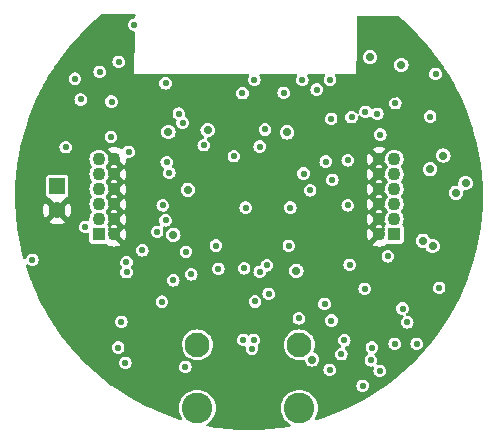
<source format=gbr>
G04 #@! TF.GenerationSoftware,KiCad,Pcbnew,7.0.7*
G04 #@! TF.CreationDate,2024-10-23T00:01:57-07:00*
G04 #@! TF.ProjectId,ESP_POE_1.4b,4553505f-504f-4455-9f31-2e34622e6b69,K*
G04 #@! TF.SameCoordinates,Original*
G04 #@! TF.FileFunction,Copper,L2,Inr*
G04 #@! TF.FilePolarity,Positive*
%FSLAX46Y46*%
G04 Gerber Fmt 4.6, Leading zero omitted, Abs format (unit mm)*
G04 Created by KiCad (PCBNEW 7.0.7) date 2024-10-23 00:01:57*
%MOMM*%
%LPD*%
G01*
G04 APERTURE LIST*
G04 #@! TA.AperFunction,ComponentPad*
%ADD10R,1.400000X1.400000*%
G04 #@! TD*
G04 #@! TA.AperFunction,ComponentPad*
%ADD11C,1.400000*%
G04 #@! TD*
G04 #@! TA.AperFunction,ComponentPad*
%ADD12C,2.100000*%
G04 #@! TD*
G04 #@! TA.AperFunction,ComponentPad*
%ADD13C,2.600000*%
G04 #@! TD*
G04 #@! TA.AperFunction,ComponentPad*
%ADD14R,1.100000X1.100000*%
G04 #@! TD*
G04 #@! TA.AperFunction,ComponentPad*
%ADD15C,1.100000*%
G04 #@! TD*
G04 #@! TA.AperFunction,ComponentPad*
%ADD16C,0.700000*%
G04 #@! TD*
G04 #@! TA.AperFunction,ComponentPad*
%ADD17C,1.500000*%
G04 #@! TD*
G04 #@! TA.AperFunction,ViaPad*
%ADD18C,0.550000*%
G04 #@! TD*
G04 #@! TA.AperFunction,ViaPad*
%ADD19C,0.700000*%
G04 #@! TD*
G04 APERTURE END LIST*
D10*
X74389520Y-143148050D03*
D11*
X74392060Y-145177510D03*
D12*
X86256400Y-156589400D03*
D13*
X86256400Y-161949400D03*
D12*
X94896400Y-156589400D03*
D13*
X94896400Y-161949400D03*
D14*
X77927200Y-147218400D03*
D15*
X79197200Y-147218400D03*
X77927200Y-145948400D03*
X79197200Y-145948400D03*
X77927200Y-144678400D03*
X79197200Y-144678400D03*
X77927200Y-143408400D03*
X79197200Y-143408400D03*
X77927200Y-142138400D03*
X79197200Y-142138400D03*
X77927200Y-140868400D03*
X79197200Y-140868400D03*
D16*
X93288000Y-143120000D03*
X93288000Y-141720000D03*
X92588000Y-143820000D03*
X92588000Y-141020000D03*
D17*
X91888000Y-142420000D03*
D16*
X91188000Y-143820000D03*
X91188000Y-141020000D03*
X90488000Y-143120000D03*
X90488000Y-141720000D03*
D14*
X102920800Y-147218400D03*
D15*
X101650800Y-147218400D03*
X102920800Y-145948400D03*
X101650800Y-145948400D03*
X102920800Y-144678400D03*
X101650800Y-144678400D03*
X102920800Y-143408400D03*
X101650800Y-143408400D03*
X102920800Y-142138400D03*
X101650800Y-142138400D03*
X102920800Y-140868400D03*
X101650800Y-140868400D03*
D18*
X93573600Y-135261600D03*
X76384400Y-135820400D03*
X72288400Y-149402800D03*
X96367600Y-134975600D03*
X98602800Y-158496000D03*
X104241600Y-130657600D03*
X86207600Y-134367600D03*
X97180400Y-139903200D03*
X104343200Y-149343700D03*
X79774800Y-155549600D03*
X92913200Y-149809200D03*
D19*
X97180400Y-148856298D03*
D18*
X100431600Y-153130000D03*
D19*
X102903979Y-135378187D03*
D18*
X98988000Y-134620000D03*
X103479600Y-150571200D03*
X75239700Y-146964400D03*
X103987600Y-157480000D03*
X95859600Y-150032800D03*
X73558400Y-138430000D03*
D19*
X106070400Y-146100800D03*
D18*
X84767299Y-156925237D03*
X77779700Y-138561600D03*
X78028800Y-130911600D03*
X107797600Y-135483600D03*
X105968800Y-137261600D03*
X77984024Y-133483076D03*
X104827901Y-156514800D03*
X106426000Y-133654800D03*
X79552800Y-156819600D03*
X97586800Y-137464800D03*
X103632000Y-153517600D03*
D19*
X85445600Y-143459200D03*
D18*
X83566000Y-134447100D03*
X97485200Y-134162800D03*
X98988000Y-140970000D03*
X97466400Y-158718000D03*
D19*
X103530400Y-132892800D03*
X100868400Y-132232400D03*
D18*
X99314000Y-137312400D03*
X100489115Y-136874658D03*
X101041200Y-156819600D03*
D19*
X108153200Y-143713200D03*
D18*
X79603600Y-132638800D03*
X94848690Y-154352127D03*
X100431600Y-151841200D03*
X75107800Y-139852400D03*
X90078400Y-135280400D03*
X100252962Y-160044562D03*
X106730800Y-151771600D03*
X84226400Y-151130000D03*
X86798849Y-139687300D03*
D19*
X93850621Y-138610179D03*
D18*
X95148400Y-134162300D03*
X91084400Y-134144000D03*
X80924400Y-129489200D03*
X80453800Y-140258800D03*
X85293200Y-148710400D03*
X104038400Y-154686000D03*
X101701600Y-158800800D03*
D19*
X95961200Y-157835600D03*
D18*
X102972438Y-156515638D03*
D19*
X84226400Y-147269200D03*
D18*
X83874200Y-142036800D03*
X91983560Y-138360400D03*
X97028000Y-153130000D03*
X90220800Y-150114000D03*
X87833200Y-148183600D03*
X76758800Y-146608800D03*
X80162400Y-158108400D03*
X100945292Y-157900100D03*
X98988000Y-144780000D03*
X103022400Y-136120300D03*
X101752400Y-138785600D03*
X75895200Y-134061200D03*
X78943200Y-138988800D03*
X80264103Y-150432480D03*
X101498400Y-137026400D03*
X97688400Y-142627600D03*
X92151200Y-149860000D03*
X91024898Y-156179400D03*
X90881200Y-156921200D03*
X91541600Y-150418800D03*
X90152902Y-156179400D03*
X83261200Y-152940000D03*
D19*
X107086400Y-140565599D03*
X105968800Y-141732000D03*
D18*
X102385801Y-149098000D03*
X95250000Y-142087600D03*
D19*
X105359200Y-147777200D03*
X108966000Y-142900400D03*
D18*
X85750400Y-150622000D03*
D19*
X106172000Y-148234400D03*
D18*
X89357200Y-140614400D03*
X90358280Y-144969957D03*
X95808800Y-143510000D03*
X94005254Y-148208854D03*
X79825600Y-154635200D03*
X88036400Y-150164800D03*
X94132400Y-144969500D03*
X81603600Y-148590000D03*
D19*
X83810951Y-138569200D03*
X87128700Y-138417300D03*
X94640400Y-150317200D03*
D18*
X83566000Y-146050000D03*
X99163106Y-149809029D03*
X83667600Y-141122400D03*
X91541600Y-139801600D03*
X83330800Y-144780000D03*
X97129600Y-141071600D03*
X85007200Y-137787257D03*
X78994000Y-135991600D03*
X82854800Y-147015200D03*
X98450400Y-157378400D03*
X91135700Y-152921239D03*
X92298700Y-152280000D03*
X98704400Y-156210000D03*
X84696128Y-137021528D03*
X80257900Y-149606000D03*
X97611543Y-154533468D03*
X85242400Y-158464000D03*
G04 #@! TA.AperFunction,Conductor*
G36*
X78870473Y-146117371D02*
G01*
X78917086Y-146159571D01*
X78936132Y-146188723D01*
X78936134Y-146188725D01*
X78936135Y-146188726D01*
X78936136Y-146188727D01*
X78987128Y-146228415D01*
X79035800Y-146266298D01*
X79076613Y-146323009D01*
X79080288Y-146392782D01*
X79047319Y-146451833D01*
X78909137Y-146590015D01*
X78906843Y-146591267D01*
X78936902Y-146604995D01*
X78943380Y-146611027D01*
X79050794Y-146718441D01*
X79084279Y-146779764D01*
X79079295Y-146849456D01*
X79037423Y-146905389D01*
X79022131Y-146915176D01*
X78979256Y-146938379D01*
X78979251Y-146938382D01*
X78946928Y-146973495D01*
X78887041Y-147009485D01*
X78817203Y-147007384D01*
X78759587Y-146967859D01*
X78732486Y-146903460D01*
X78731699Y-146889511D01*
X78731699Y-146698708D01*
X78751384Y-146631669D01*
X78771920Y-146613873D01*
X78722189Y-146576644D01*
X78718354Y-146571225D01*
X78716934Y-146569100D01*
X78716934Y-146569099D01*
X78660684Y-146484916D01*
X78660683Y-146484915D01*
X78660682Y-146484913D01*
X78656626Y-146480857D01*
X78623141Y-146419534D01*
X78628125Y-146349842D01*
X78639313Y-146327205D01*
X78656616Y-146299668D01*
X78696237Y-146186437D01*
X78736958Y-146129662D01*
X78801911Y-146103915D01*
X78870473Y-146117371D01*
G37*
G04 #@! TD.AperFunction*
G04 #@! TA.AperFunction,Conductor*
G36*
X78870474Y-144847371D02*
G01*
X78917088Y-144889572D01*
X78936134Y-144918725D01*
X78936135Y-144918726D01*
X78936136Y-144918727D01*
X78970545Y-144945508D01*
X79035800Y-144996298D01*
X79076613Y-145053009D01*
X79080288Y-145122782D01*
X79047320Y-145181833D01*
X78915753Y-145313400D01*
X79050794Y-145448441D01*
X79084279Y-145509764D01*
X79079295Y-145579456D01*
X79037423Y-145635389D01*
X79022131Y-145645176D01*
X78979256Y-145668379D01*
X78979252Y-145668382D01*
X78903542Y-145750625D01*
X78843654Y-145786616D01*
X78773816Y-145784515D01*
X78716200Y-145744991D01*
X78695271Y-145707597D01*
X78656620Y-145597140D01*
X78656616Y-145597132D01*
X78607694Y-145519272D01*
X78560164Y-145443628D01*
X78517617Y-145401081D01*
X78484132Y-145339758D01*
X78489116Y-145270066D01*
X78517617Y-145225719D01*
X78531818Y-145211518D01*
X78560164Y-145183172D01*
X78656616Y-145029668D01*
X78656617Y-145029664D01*
X78656620Y-145029659D01*
X78696238Y-144916438D01*
X78736959Y-144859662D01*
X78801912Y-144833915D01*
X78870474Y-144847371D01*
G37*
G04 #@! TD.AperFunction*
G04 #@! TA.AperFunction,Conductor*
G36*
X78870474Y-143577371D02*
G01*
X78917088Y-143619572D01*
X78936134Y-143648725D01*
X78936135Y-143648726D01*
X78936136Y-143648727D01*
X78987128Y-143688415D01*
X79035800Y-143726298D01*
X79076613Y-143783009D01*
X79080288Y-143852782D01*
X79047320Y-143911833D01*
X78915753Y-144043400D01*
X79050794Y-144178441D01*
X79084279Y-144239764D01*
X79079295Y-144309456D01*
X79037423Y-144365389D01*
X79022131Y-144375176D01*
X78979256Y-144398379D01*
X78979252Y-144398382D01*
X78903542Y-144480625D01*
X78843654Y-144516616D01*
X78773816Y-144514515D01*
X78716200Y-144474991D01*
X78695271Y-144437597D01*
X78656620Y-144327140D01*
X78656616Y-144327132D01*
X78617029Y-144264129D01*
X78560164Y-144173628D01*
X78517617Y-144131081D01*
X78484132Y-144069758D01*
X78489116Y-144000066D01*
X78517617Y-143955719D01*
X78525990Y-143947346D01*
X78560164Y-143913172D01*
X78656616Y-143759668D01*
X78656617Y-143759664D01*
X78656620Y-143759659D01*
X78696238Y-143646438D01*
X78736959Y-143589662D01*
X78801912Y-143563915D01*
X78870474Y-143577371D01*
G37*
G04 #@! TD.AperFunction*
G04 #@! TA.AperFunction,Conductor*
G36*
X78870474Y-142307371D02*
G01*
X78917088Y-142349572D01*
X78936134Y-142378725D01*
X78936135Y-142378726D01*
X78936136Y-142378727D01*
X78982026Y-142414444D01*
X79035800Y-142456298D01*
X79076613Y-142513009D01*
X79080288Y-142582782D01*
X79047320Y-142641833D01*
X78915753Y-142773400D01*
X79050794Y-142908441D01*
X79084279Y-142969764D01*
X79079295Y-143039456D01*
X79037423Y-143095389D01*
X79022131Y-143105176D01*
X78979256Y-143128379D01*
X78979252Y-143128382D01*
X78903542Y-143210625D01*
X78843654Y-143246616D01*
X78773816Y-143244515D01*
X78716200Y-143204991D01*
X78695271Y-143167597D01*
X78656620Y-143057140D01*
X78656616Y-143057132D01*
X78617029Y-142994129D01*
X78560164Y-142903628D01*
X78517617Y-142861081D01*
X78484132Y-142799758D01*
X78489116Y-142730066D01*
X78517617Y-142685719D01*
X78519467Y-142683869D01*
X78560164Y-142643172D01*
X78656616Y-142489668D01*
X78656617Y-142489664D01*
X78656620Y-142489659D01*
X78696238Y-142376438D01*
X78736959Y-142319662D01*
X78801912Y-142293915D01*
X78870474Y-142307371D01*
G37*
G04 #@! TD.AperFunction*
G04 #@! TA.AperFunction,Conductor*
G36*
X78870474Y-141037371D02*
G01*
X78917088Y-141079572D01*
X78936134Y-141108725D01*
X78936135Y-141108726D01*
X79035800Y-141186299D01*
X79076613Y-141243009D01*
X79080287Y-141312782D01*
X79047318Y-141371833D01*
X78915753Y-141503397D01*
X78915753Y-141503399D01*
X79050794Y-141638441D01*
X79084279Y-141699764D01*
X79079295Y-141769456D01*
X79037423Y-141825389D01*
X79022131Y-141835176D01*
X78979256Y-141858379D01*
X78979252Y-141858382D01*
X78903542Y-141940625D01*
X78843654Y-141976616D01*
X78773816Y-141974515D01*
X78716200Y-141934991D01*
X78695271Y-141897597D01*
X78656620Y-141787140D01*
X78656616Y-141787132D01*
X78623629Y-141734633D01*
X78560164Y-141633628D01*
X78517617Y-141591081D01*
X78484132Y-141529758D01*
X78489116Y-141460066D01*
X78517617Y-141415719D01*
X78531305Y-141402031D01*
X78560164Y-141373172D01*
X78656616Y-141219668D01*
X78656617Y-141219664D01*
X78656620Y-141219659D01*
X78696238Y-141106438D01*
X78736959Y-141049662D01*
X78801912Y-141023915D01*
X78870474Y-141037371D01*
G37*
G04 #@! TD.AperFunction*
G04 #@! TA.AperFunction,Conductor*
G36*
X102074182Y-146112282D02*
G01*
X102131799Y-146151806D01*
X102152728Y-146189198D01*
X102174571Y-146251621D01*
X102191383Y-146299666D01*
X102191385Y-146299671D01*
X102208686Y-146327205D01*
X102227686Y-146394442D01*
X102207318Y-146461277D01*
X102191377Y-146480854D01*
X102187316Y-146484915D01*
X102129645Y-146571225D01*
X102078090Y-146614310D01*
X102091567Y-146624399D01*
X102115984Y-146689864D01*
X102116300Y-146698709D01*
X102116300Y-146883545D01*
X102096615Y-146950584D01*
X102043811Y-146996339D01*
X101974653Y-147006283D01*
X101916138Y-146981399D01*
X101812199Y-146900501D01*
X101771386Y-146843791D01*
X101767711Y-146774018D01*
X101800680Y-146714965D01*
X101904619Y-146611027D01*
X101940411Y-146591483D01*
X101938862Y-146590015D01*
X101797205Y-146448358D01*
X101763720Y-146387035D01*
X101768704Y-146317343D01*
X101810576Y-146261410D01*
X101825852Y-146251632D01*
X101868747Y-146228419D01*
X101944459Y-146146173D01*
X102004344Y-146110183D01*
X102074182Y-146112282D01*
G37*
G04 #@! TD.AperFunction*
G04 #@! TA.AperFunction,Conductor*
G36*
X102074182Y-144842282D02*
G01*
X102131799Y-144881806D01*
X102152728Y-144919198D01*
X102161935Y-144945508D01*
X102191383Y-145029666D01*
X102191383Y-145029667D01*
X102287836Y-145183172D01*
X102330383Y-145225719D01*
X102363868Y-145287042D01*
X102358884Y-145356734D01*
X102330383Y-145401081D01*
X102287836Y-145443627D01*
X102191383Y-145597132D01*
X102191379Y-145597140D01*
X102151762Y-145710362D01*
X102111041Y-145767138D01*
X102046088Y-145792885D01*
X101977526Y-145779429D01*
X101930912Y-145737228D01*
X101911865Y-145708074D01*
X101911862Y-145708071D01*
X101812199Y-145630500D01*
X101771386Y-145573790D01*
X101767711Y-145504017D01*
X101800680Y-145444965D01*
X101932246Y-145313399D01*
X101797205Y-145178358D01*
X101763720Y-145117035D01*
X101768704Y-145047343D01*
X101810576Y-144991410D01*
X101825852Y-144981632D01*
X101868747Y-144958419D01*
X101944459Y-144876173D01*
X102004344Y-144840183D01*
X102074182Y-144842282D01*
G37*
G04 #@! TD.AperFunction*
G04 #@! TA.AperFunction,Conductor*
G36*
X102074182Y-143572282D02*
G01*
X102131799Y-143611806D01*
X102152730Y-143649201D01*
X102191383Y-143759666D01*
X102191383Y-143759667D01*
X102287836Y-143913172D01*
X102330383Y-143955719D01*
X102363868Y-144017042D01*
X102358884Y-144086734D01*
X102330383Y-144131081D01*
X102287836Y-144173627D01*
X102191383Y-144327132D01*
X102191379Y-144327140D01*
X102151762Y-144440362D01*
X102111041Y-144497138D01*
X102046088Y-144522885D01*
X101977526Y-144509429D01*
X101930912Y-144467228D01*
X101911865Y-144438074D01*
X101911862Y-144438071D01*
X101812199Y-144360500D01*
X101771386Y-144303790D01*
X101767711Y-144234017D01*
X101800680Y-144174965D01*
X101932246Y-144043399D01*
X101797205Y-143908358D01*
X101763720Y-143847035D01*
X101768704Y-143777343D01*
X101810576Y-143721410D01*
X101825852Y-143711632D01*
X101868747Y-143688419D01*
X101944459Y-143606173D01*
X102004344Y-143570183D01*
X102074182Y-143572282D01*
G37*
G04 #@! TD.AperFunction*
G04 #@! TA.AperFunction,Conductor*
G36*
X102074182Y-142302282D02*
G01*
X102131799Y-142341806D01*
X102152728Y-142379198D01*
X102165062Y-142414444D01*
X102191383Y-142489666D01*
X102191383Y-142489667D01*
X102287836Y-142643172D01*
X102330383Y-142685719D01*
X102363868Y-142747042D01*
X102358884Y-142816734D01*
X102330383Y-142861081D01*
X102287836Y-142903627D01*
X102191383Y-143057132D01*
X102191379Y-143057140D01*
X102151762Y-143170362D01*
X102111041Y-143227138D01*
X102046088Y-143252885D01*
X101977526Y-143239429D01*
X101930912Y-143197228D01*
X101911865Y-143168074D01*
X101911862Y-143168071D01*
X101812199Y-143090500D01*
X101771386Y-143033790D01*
X101767711Y-142964017D01*
X101800680Y-142904965D01*
X101932246Y-142773399D01*
X101797205Y-142638358D01*
X101763720Y-142577035D01*
X101768704Y-142507343D01*
X101810576Y-142451410D01*
X101825852Y-142441632D01*
X101868747Y-142418419D01*
X101944459Y-142336173D01*
X102004344Y-142300183D01*
X102074182Y-142302282D01*
G37*
G04 #@! TD.AperFunction*
G04 #@! TA.AperFunction,Conductor*
G36*
X102074182Y-141032282D02*
G01*
X102131799Y-141071806D01*
X102152728Y-141109198D01*
X102168594Y-141154538D01*
X102191383Y-141219666D01*
X102191383Y-141219667D01*
X102287836Y-141373172D01*
X102330383Y-141415719D01*
X102363868Y-141477042D01*
X102358884Y-141546734D01*
X102330383Y-141591081D01*
X102287836Y-141633627D01*
X102191383Y-141787132D01*
X102191379Y-141787140D01*
X102151762Y-141900362D01*
X102111041Y-141957138D01*
X102046088Y-141982885D01*
X101977526Y-141969429D01*
X101930912Y-141927228D01*
X101911865Y-141898074D01*
X101860866Y-141858380D01*
X101819685Y-141826328D01*
X101819684Y-141826327D01*
X101812198Y-141820501D01*
X101771385Y-141763791D01*
X101767710Y-141694018D01*
X101800679Y-141634965D01*
X101932246Y-141503397D01*
X101797206Y-141368358D01*
X101763721Y-141307035D01*
X101768705Y-141237344D01*
X101810576Y-141181410D01*
X101825862Y-141171627D01*
X101868747Y-141148419D01*
X101944459Y-141066173D01*
X102004344Y-141030183D01*
X102074182Y-141032282D01*
G37*
G04 #@! TD.AperFunction*
G04 #@! TA.AperFunction,Conductor*
G36*
X80898775Y-128574253D02*
G01*
X80965727Y-128594225D01*
X81011254Y-128647225D01*
X81022184Y-128701970D01*
X81018111Y-128837759D01*
X80996426Y-128904178D01*
X80942274Y-128948329D01*
X80910353Y-128956980D01*
X80786173Y-128973329D01*
X80786172Y-128973329D01*
X80657366Y-129026682D01*
X80546756Y-129111556D01*
X80461882Y-129222166D01*
X80408529Y-129350972D01*
X80408529Y-129350973D01*
X80390331Y-129489200D01*
X80408529Y-129627427D01*
X80461883Y-129756235D01*
X80546756Y-129866844D01*
X80657365Y-129951717D01*
X80786173Y-130005071D01*
X80871197Y-130016264D01*
X80935092Y-130044530D01*
X80973564Y-130102854D01*
X80978955Y-130142921D01*
X80873599Y-133654800D01*
X90540910Y-133654800D01*
X90607949Y-133674485D01*
X90653704Y-133727289D01*
X90663648Y-133796447D01*
X90639285Y-133854287D01*
X90621882Y-133876965D01*
X90571356Y-133998947D01*
X90568529Y-134005773D01*
X90550331Y-134144000D01*
X90568529Y-134282227D01*
X90621883Y-134411035D01*
X90706756Y-134521644D01*
X90817365Y-134606517D01*
X90946173Y-134659871D01*
X91084400Y-134678069D01*
X91222627Y-134659871D01*
X91351435Y-134606517D01*
X91462044Y-134521644D01*
X91546917Y-134411035D01*
X91600271Y-134282227D01*
X91618469Y-134144000D01*
X91600271Y-134005773D01*
X91546917Y-133876966D01*
X91546916Y-133876965D01*
X91529514Y-133854285D01*
X91504321Y-133789115D01*
X91518360Y-133720671D01*
X91567175Y-133670682D01*
X91627891Y-133654800D01*
X94618952Y-133654800D01*
X94685991Y-133674485D01*
X94731746Y-133727289D01*
X94741690Y-133796447D01*
X94717329Y-133854283D01*
X94710756Y-133862851D01*
X94685881Y-133895268D01*
X94632529Y-134024072D01*
X94632529Y-134024073D01*
X94614331Y-134162300D01*
X94632529Y-134300527D01*
X94685883Y-134429335D01*
X94770756Y-134539944D01*
X94881365Y-134624817D01*
X95010173Y-134678171D01*
X95148400Y-134696369D01*
X95286627Y-134678171D01*
X95415435Y-134624817D01*
X95526044Y-134539944D01*
X95610917Y-134429335D01*
X95664271Y-134300527D01*
X95682469Y-134162300D01*
X95664271Y-134024073D01*
X95610917Y-133895266D01*
X95596875Y-133876966D01*
X95579472Y-133854285D01*
X95554279Y-133789116D01*
X95568318Y-133720671D01*
X95617132Y-133670682D01*
X95677849Y-133654800D01*
X96956135Y-133654800D01*
X97023174Y-133674485D01*
X97068929Y-133727289D01*
X97078873Y-133796447D01*
X97054511Y-133854286D01*
X97022682Y-133895765D01*
X96969329Y-134024572D01*
X96969329Y-134024573D01*
X96951131Y-134162799D01*
X96969329Y-134301026D01*
X96969329Y-134301027D01*
X96972578Y-134308872D01*
X97022683Y-134429835D01*
X97107556Y-134540444D01*
X97218165Y-134625317D01*
X97346973Y-134678671D01*
X97485200Y-134696869D01*
X97623427Y-134678671D01*
X97752235Y-134625317D01*
X97862844Y-134540444D01*
X97947717Y-134429835D01*
X98001071Y-134301027D01*
X98019269Y-134162800D01*
X98001071Y-134024573D01*
X97968356Y-133945593D01*
X97947717Y-133895765D01*
X97915889Y-133854286D01*
X97890695Y-133789117D01*
X97904734Y-133720672D01*
X97953548Y-133670682D01*
X98014265Y-133654800D01*
X99720400Y-133654800D01*
X105891931Y-133654800D01*
X105910129Y-133793026D01*
X105910129Y-133793027D01*
X105952478Y-133895268D01*
X105963483Y-133921835D01*
X106048356Y-134032444D01*
X106158965Y-134117317D01*
X106287773Y-134170671D01*
X106426000Y-134188869D01*
X106564227Y-134170671D01*
X106693035Y-134117317D01*
X106803644Y-134032444D01*
X106888517Y-133921835D01*
X106941871Y-133793027D01*
X106960069Y-133654800D01*
X106941871Y-133516573D01*
X106888517Y-133387766D01*
X106888517Y-133387765D01*
X106803647Y-133277159D01*
X106803645Y-133277157D01*
X106803644Y-133277156D01*
X106693035Y-133192283D01*
X106564227Y-133138929D01*
X106426000Y-133120731D01*
X106287773Y-133138929D01*
X106287772Y-133138929D01*
X106158966Y-133192282D01*
X106048356Y-133277156D01*
X105963482Y-133387766D01*
X105910129Y-133516572D01*
X105910129Y-133516573D01*
X105891931Y-133654800D01*
X99720400Y-133654800D01*
X99728256Y-132892800D01*
X102920684Y-132892800D01*
X102941460Y-133050605D01*
X102941461Y-133050609D01*
X103002368Y-133197655D01*
X103002369Y-133197657D01*
X103002370Y-133197658D01*
X103099266Y-133323934D01*
X103225542Y-133420830D01*
X103372594Y-133481740D01*
X103512040Y-133500098D01*
X103530399Y-133502516D01*
X103530400Y-133502516D01*
X103530401Y-133502516D01*
X103546846Y-133500350D01*
X103688206Y-133481740D01*
X103835258Y-133420830D01*
X103961534Y-133323934D01*
X104058430Y-133197658D01*
X104119340Y-133050606D01*
X104140116Y-132892800D01*
X104119340Y-132734994D01*
X104058430Y-132587942D01*
X103961534Y-132461666D01*
X103835258Y-132364770D01*
X103835257Y-132364769D01*
X103835255Y-132364768D01*
X103688209Y-132303861D01*
X103688207Y-132303860D01*
X103688206Y-132303860D01*
X103557562Y-132286660D01*
X103530401Y-132283084D01*
X103530399Y-132283084D01*
X103372594Y-132303860D01*
X103372590Y-132303861D01*
X103225544Y-132364768D01*
X103099266Y-132461666D01*
X103002368Y-132587944D01*
X102941461Y-132734990D01*
X102941460Y-132734994D01*
X102920684Y-132892799D01*
X102920684Y-132892800D01*
X99728256Y-132892800D01*
X99735064Y-132232400D01*
X100258684Y-132232400D01*
X100279460Y-132390205D01*
X100279461Y-132390209D01*
X100340368Y-132537255D01*
X100340369Y-132537257D01*
X100340370Y-132537258D01*
X100437266Y-132663534D01*
X100563542Y-132760430D01*
X100710594Y-132821340D01*
X100850040Y-132839698D01*
X100868399Y-132842116D01*
X100868400Y-132842116D01*
X100868401Y-132842116D01*
X100884846Y-132839950D01*
X101026206Y-132821340D01*
X101173258Y-132760430D01*
X101299534Y-132663534D01*
X101396430Y-132537258D01*
X101457340Y-132390206D01*
X101478116Y-132232400D01*
X101457340Y-132074594D01*
X101396430Y-131927542D01*
X101299534Y-131801266D01*
X101173258Y-131704370D01*
X101173257Y-131704369D01*
X101173255Y-131704368D01*
X101026209Y-131643461D01*
X101026207Y-131643460D01*
X101026206Y-131643460D01*
X100947302Y-131633072D01*
X100868401Y-131622684D01*
X100868399Y-131622684D01*
X100710594Y-131643460D01*
X100710590Y-131643461D01*
X100563544Y-131704368D01*
X100437266Y-131801266D01*
X100340368Y-131927544D01*
X100279461Y-132074590D01*
X100279460Y-132074594D01*
X100258684Y-132232399D01*
X100258684Y-132232400D01*
X99735064Y-132232400D01*
X99769940Y-128849402D01*
X99790314Y-128782570D01*
X99843587Y-128737362D01*
X99893407Y-128726682D01*
X103135899Y-128712942D01*
X103203017Y-128732341D01*
X103215882Y-128741747D01*
X103463328Y-128948329D01*
X103652993Y-129106673D01*
X103655088Y-129108504D01*
X104308874Y-129706090D01*
X104310885Y-129708013D01*
X104937186Y-130334314D01*
X104939109Y-130336325D01*
X105536695Y-130990111D01*
X105538526Y-130992206D01*
X106106189Y-131672157D01*
X106107907Y-131674311D01*
X106300718Y-131927542D01*
X106644487Y-132379037D01*
X106646123Y-132381288D01*
X106701809Y-132461666D01*
X107147811Y-133105432D01*
X107150535Y-133109363D01*
X107152068Y-133111685D01*
X107623317Y-133861674D01*
X107624744Y-133864063D01*
X108061862Y-134634423D01*
X108063180Y-134636873D01*
X108465306Y-135426090D01*
X108466505Y-135428578D01*
X108633519Y-135796271D01*
X108832815Y-136235036D01*
X108833908Y-136237594D01*
X109163655Y-137059642D01*
X109164633Y-137062247D01*
X109457188Y-137898320D01*
X109458045Y-137900957D01*
X109494164Y-138021239D01*
X109712778Y-138749256D01*
X109713519Y-138751939D01*
X109929945Y-139610852D01*
X109930565Y-139613565D01*
X110108237Y-140481311D01*
X110108730Y-140484028D01*
X110231732Y-141260627D01*
X110247292Y-141358871D01*
X110247663Y-141361611D01*
X110343064Y-142208314D01*
X110346837Y-142241801D01*
X110347084Y-142244544D01*
X110406669Y-143128302D01*
X110406794Y-143131082D01*
X110426668Y-144016608D01*
X110426668Y-144019392D01*
X110406794Y-144904917D01*
X110406669Y-144907691D01*
X110347084Y-145791451D01*
X110346837Y-145794195D01*
X110251163Y-146643336D01*
X110247666Y-146674370D01*
X110247292Y-146677128D01*
X110109159Y-147549269D01*
X110108734Y-147551950D01*
X110108237Y-147554688D01*
X109930565Y-148422434D01*
X109929945Y-148425147D01*
X109713519Y-149284060D01*
X109712778Y-149286743D01*
X109458048Y-150135033D01*
X109457188Y-150137679D01*
X109164633Y-150973752D01*
X109163655Y-150976357D01*
X108833908Y-151798405D01*
X108832815Y-151800963D01*
X108466514Y-152607402D01*
X108465306Y-152609909D01*
X108063180Y-153399126D01*
X108061862Y-153401576D01*
X107624744Y-154171936D01*
X107623317Y-154174325D01*
X107152068Y-154924314D01*
X107150535Y-154926636D01*
X106646123Y-155654711D01*
X106644487Y-155656962D01*
X106107924Y-156361667D01*
X106106189Y-156363842D01*
X105538526Y-157043793D01*
X105536695Y-157045888D01*
X104939109Y-157699674D01*
X104937186Y-157701685D01*
X104310885Y-158327986D01*
X104308874Y-158329909D01*
X103655088Y-158927495D01*
X103652993Y-158929326D01*
X102973042Y-159496989D01*
X102970867Y-159498724D01*
X102266162Y-160035287D01*
X102263911Y-160036923D01*
X101535836Y-160541335D01*
X101533514Y-160542868D01*
X100783525Y-161014117D01*
X100781136Y-161015544D01*
X100010776Y-161452662D01*
X100008326Y-161453980D01*
X99219109Y-161856106D01*
X99216602Y-161857314D01*
X98410163Y-162223615D01*
X98407605Y-162224708D01*
X97585557Y-162554455D01*
X97582952Y-162555433D01*
X96746879Y-162847988D01*
X96744233Y-162848848D01*
X96349636Y-162967339D01*
X96279768Y-162967767D01*
X96220760Y-162930353D01*
X96191346Y-162866976D01*
X96200867Y-162797758D01*
X96208239Y-162783802D01*
X96285753Y-162657311D01*
X96379389Y-162431252D01*
X96436509Y-162193329D01*
X96455707Y-161949400D01*
X96436509Y-161705471D01*
X96379389Y-161467548D01*
X96379388Y-161467545D01*
X96379388Y-161467544D01*
X96285755Y-161241492D01*
X96285753Y-161241489D01*
X96157909Y-161032867D01*
X96157903Y-161032858D01*
X95998999Y-160846805D01*
X95998994Y-160846800D01*
X95812941Y-160687896D01*
X95812932Y-160687890D01*
X95604310Y-160560046D01*
X95604307Y-160560044D01*
X95378254Y-160466411D01*
X95140332Y-160409291D01*
X94957382Y-160394892D01*
X94896400Y-160390093D01*
X94896399Y-160390093D01*
X94652467Y-160409291D01*
X94414546Y-160466411D01*
X94414544Y-160466411D01*
X94188492Y-160560044D01*
X94188489Y-160560046D01*
X93979867Y-160687890D01*
X93979858Y-160687896D01*
X93793805Y-160846800D01*
X93793800Y-160846805D01*
X93634896Y-161032858D01*
X93634890Y-161032867D01*
X93507046Y-161241489D01*
X93507044Y-161241492D01*
X93413411Y-161467544D01*
X93413411Y-161467546D01*
X93356291Y-161705467D01*
X93337093Y-161949400D01*
X93356291Y-162193332D01*
X93413411Y-162431253D01*
X93413411Y-162431255D01*
X93507044Y-162657307D01*
X93507046Y-162657310D01*
X93634890Y-162865932D01*
X93634896Y-162865941D01*
X93793800Y-163051994D01*
X93793805Y-163051999D01*
X93979858Y-163210903D01*
X93979866Y-163210909D01*
X94104773Y-163287452D01*
X94151648Y-163339263D01*
X94163071Y-163408193D01*
X94135414Y-163472356D01*
X94077458Y-163511381D01*
X94059381Y-163515652D01*
X93286328Y-163638092D01*
X93283582Y-163638464D01*
X92403398Y-163737637D01*
X92400651Y-163737884D01*
X91516891Y-163797469D01*
X91514117Y-163797594D01*
X90628591Y-163817468D01*
X90625809Y-163817468D01*
X89740282Y-163797594D01*
X89737510Y-163797469D01*
X88853744Y-163737884D01*
X88851008Y-163737637D01*
X87970811Y-163638463D01*
X87968075Y-163638092D01*
X87762041Y-163605460D01*
X87114285Y-163502865D01*
X87051150Y-163472936D01*
X87014219Y-163413624D01*
X87015217Y-163343762D01*
X87053827Y-163285529D01*
X87068884Y-163274670D01*
X87172938Y-163210906D01*
X87358997Y-163051997D01*
X87517906Y-162865938D01*
X87645753Y-162657311D01*
X87645756Y-162657305D01*
X87739388Y-162431255D01*
X87739388Y-162431254D01*
X87739389Y-162431252D01*
X87796509Y-162193329D01*
X87815707Y-161949400D01*
X87796509Y-161705471D01*
X87739389Y-161467548D01*
X87739388Y-161467545D01*
X87739388Y-161467544D01*
X87645755Y-161241492D01*
X87645753Y-161241489D01*
X87517909Y-161032867D01*
X87517903Y-161032858D01*
X87358999Y-160846805D01*
X87358994Y-160846800D01*
X87172941Y-160687896D01*
X87172932Y-160687890D01*
X86964310Y-160560046D01*
X86964307Y-160560044D01*
X86738254Y-160466411D01*
X86500332Y-160409291D01*
X86256400Y-160390093D01*
X86012467Y-160409291D01*
X85774546Y-160466411D01*
X85774544Y-160466411D01*
X85548492Y-160560044D01*
X85548489Y-160560046D01*
X85339867Y-160687890D01*
X85339858Y-160687896D01*
X85153805Y-160846800D01*
X85153800Y-160846805D01*
X84994896Y-161032858D01*
X84994890Y-161032867D01*
X84867046Y-161241489D01*
X84867044Y-161241492D01*
X84773411Y-161467544D01*
X84773411Y-161467546D01*
X84716291Y-161705467D01*
X84697093Y-161949399D01*
X84716291Y-162193332D01*
X84773411Y-162431253D01*
X84773411Y-162431255D01*
X84867043Y-162657304D01*
X84921641Y-162746400D01*
X84939885Y-162813846D01*
X84918768Y-162880449D01*
X84864996Y-162925062D01*
X84795641Y-162933522D01*
X84780255Y-162929952D01*
X84510157Y-162848845D01*
X84507520Y-162847988D01*
X83671447Y-162555433D01*
X83668842Y-162554455D01*
X82846794Y-162224708D01*
X82844236Y-162223615D01*
X82482944Y-162059508D01*
X82037778Y-161857305D01*
X82035290Y-161856106D01*
X81246073Y-161453980D01*
X81243623Y-161452662D01*
X80473263Y-161015544D01*
X80470874Y-161014117D01*
X79720885Y-160542868D01*
X79718563Y-160541335D01*
X79669117Y-160507079D01*
X79001514Y-160044562D01*
X99718893Y-160044562D01*
X99737091Y-160182789D01*
X99790445Y-160311597D01*
X99875318Y-160422206D01*
X99985927Y-160507079D01*
X100114735Y-160560433D01*
X100252962Y-160578631D01*
X100391189Y-160560433D01*
X100519997Y-160507079D01*
X100630606Y-160422206D01*
X100715479Y-160311597D01*
X100768833Y-160182789D01*
X100787031Y-160044562D01*
X100768833Y-159906335D01*
X100715479Y-159777528D01*
X100715479Y-159777527D01*
X100630609Y-159666921D01*
X100630607Y-159666919D01*
X100630606Y-159666918D01*
X100519997Y-159582045D01*
X100391189Y-159528691D01*
X100252962Y-159510493D01*
X100114735Y-159528691D01*
X100114734Y-159528691D01*
X99985928Y-159582044D01*
X99875318Y-159666918D01*
X99790444Y-159777528D01*
X99737091Y-159906334D01*
X99737091Y-159906335D01*
X99718893Y-160044562D01*
X79001514Y-160044562D01*
X78990488Y-160036923D01*
X78988237Y-160035287D01*
X78504433Y-159666918D01*
X78283511Y-159498707D01*
X78281357Y-159496989D01*
X77601406Y-158929326D01*
X77599311Y-158927495D01*
X76945525Y-158329909D01*
X76943514Y-158327986D01*
X76723928Y-158108400D01*
X79628331Y-158108400D01*
X79636064Y-158167133D01*
X79646529Y-158246626D01*
X79646529Y-158246627D01*
X79694993Y-158363631D01*
X79699883Y-158375435D01*
X79784756Y-158486044D01*
X79895365Y-158570917D01*
X80024173Y-158624271D01*
X80162400Y-158642469D01*
X80300627Y-158624271D01*
X80429435Y-158570917D01*
X80540044Y-158486044D01*
X80556959Y-158464000D01*
X84708331Y-158464000D01*
X84726529Y-158602226D01*
X84726529Y-158602227D01*
X84735659Y-158624270D01*
X84779883Y-158731035D01*
X84864756Y-158841644D01*
X84975365Y-158926517D01*
X85104173Y-158979871D01*
X85242400Y-158998069D01*
X85380627Y-158979871D01*
X85509435Y-158926517D01*
X85620044Y-158841644D01*
X85704917Y-158731035D01*
X85710316Y-158718000D01*
X96932331Y-158718000D01*
X96950529Y-158856226D01*
X96950529Y-158856227D01*
X97001743Y-158979870D01*
X97003883Y-158985035D01*
X97088756Y-159095644D01*
X97199365Y-159180517D01*
X97328173Y-159233871D01*
X97466400Y-159252069D01*
X97604627Y-159233871D01*
X97733435Y-159180517D01*
X97844044Y-159095644D01*
X97928917Y-158985035D01*
X97982271Y-158856227D01*
X98000469Y-158718000D01*
X97982271Y-158579773D01*
X97943447Y-158486044D01*
X97928917Y-158450965D01*
X97844047Y-158340359D01*
X97844045Y-158340357D01*
X97844044Y-158340356D01*
X97733435Y-158255483D01*
X97604627Y-158202129D01*
X97466400Y-158183931D01*
X97328173Y-158202129D01*
X97328172Y-158202129D01*
X97199366Y-158255482D01*
X97088756Y-158340356D01*
X97003882Y-158450966D01*
X96950529Y-158579772D01*
X96950529Y-158579773D01*
X96932331Y-158718000D01*
X85710316Y-158718000D01*
X85758271Y-158602227D01*
X85776469Y-158464000D01*
X85758271Y-158325773D01*
X85704917Y-158196966D01*
X85704917Y-158196965D01*
X85620047Y-158086359D01*
X85620045Y-158086357D01*
X85620044Y-158086356D01*
X85509435Y-158001483D01*
X85489935Y-157993406D01*
X85433846Y-157970173D01*
X85380627Y-157948129D01*
X85242400Y-157929931D01*
X85104173Y-157948129D01*
X85104172Y-157948129D01*
X84975366Y-158001482D01*
X84864756Y-158086356D01*
X84779882Y-158196966D01*
X84726529Y-158325772D01*
X84726529Y-158325773D01*
X84708331Y-158464000D01*
X80556959Y-158464000D01*
X80624917Y-158375435D01*
X80678271Y-158246627D01*
X80696469Y-158108400D01*
X80678271Y-157970173D01*
X80640500Y-157878987D01*
X80624917Y-157841365D01*
X80540047Y-157730759D01*
X80540045Y-157730757D01*
X80540044Y-157730756D01*
X80429435Y-157645883D01*
X80428353Y-157645435D01*
X80391706Y-157630255D01*
X80300627Y-157592529D01*
X80162400Y-157574331D01*
X80024173Y-157592529D01*
X80024172Y-157592529D01*
X79895366Y-157645882D01*
X79784756Y-157730756D01*
X79699882Y-157841366D01*
X79651255Y-157958763D01*
X79646529Y-157970173D01*
X79628331Y-158108400D01*
X76723928Y-158108400D01*
X76317213Y-157701685D01*
X76315290Y-157699674D01*
X75717704Y-157045888D01*
X75715873Y-157043793D01*
X75528704Y-156819600D01*
X79018731Y-156819600D01*
X79028431Y-156893282D01*
X79036929Y-156957826D01*
X79036929Y-156957827D01*
X79074986Y-157049706D01*
X79090283Y-157086635D01*
X79175156Y-157197244D01*
X79285765Y-157282117D01*
X79414573Y-157335471D01*
X79552800Y-157353669D01*
X79691027Y-157335471D01*
X79819835Y-157282117D01*
X79930444Y-157197244D01*
X80015317Y-157086635D01*
X80068671Y-156957827D01*
X80086869Y-156819600D01*
X80068671Y-156681373D01*
X80030574Y-156589401D01*
X84946917Y-156589401D01*
X84966810Y-156816783D01*
X84966812Y-156816794D01*
X85025885Y-157037262D01*
X85025887Y-157037266D01*
X85025888Y-157037270D01*
X85054258Y-157098110D01*
X85122353Y-157244141D01*
X85122355Y-157244145D01*
X85253272Y-157431112D01*
X85253281Y-157431122D01*
X85414677Y-157592518D01*
X85414687Y-157592527D01*
X85601654Y-157723444D01*
X85601658Y-157723446D01*
X85808530Y-157819912D01*
X86029011Y-157878989D01*
X86191431Y-157893199D01*
X86256398Y-157898883D01*
X86256400Y-157898883D01*
X86256402Y-157898883D01*
X86313247Y-157893909D01*
X86483789Y-157878989D01*
X86704270Y-157819912D01*
X86911142Y-157723446D01*
X86943634Y-157700695D01*
X87098112Y-157592527D01*
X87098112Y-157592526D01*
X87098119Y-157592522D01*
X87259522Y-157431119D01*
X87390446Y-157244142D01*
X87486912Y-157037270D01*
X87545989Y-156816789D01*
X87565883Y-156589400D01*
X87565729Y-156587645D01*
X87553375Y-156446433D01*
X87545989Y-156362011D01*
X87497059Y-156179400D01*
X89618833Y-156179400D01*
X89632805Y-156285531D01*
X89637031Y-156317626D01*
X89637031Y-156317627D01*
X89655417Y-156362016D01*
X89690385Y-156446435D01*
X89775258Y-156557044D01*
X89885867Y-156641917D01*
X90014675Y-156695271D01*
X90152902Y-156713469D01*
X90218170Y-156704876D01*
X90287204Y-156715641D01*
X90339460Y-156762021D01*
X90358346Y-156829290D01*
X90357294Y-156844000D01*
X90347831Y-156915882D01*
X90347131Y-156921200D01*
X90361654Y-157031508D01*
X90365329Y-157059426D01*
X90365329Y-157059427D01*
X90404892Y-157154942D01*
X90418683Y-157188235D01*
X90503556Y-157298844D01*
X90614165Y-157383717D01*
X90742973Y-157437071D01*
X90881200Y-157455269D01*
X91019427Y-157437071D01*
X91148235Y-157383717D01*
X91258844Y-157298844D01*
X91343717Y-157188235D01*
X91397071Y-157059427D01*
X91415269Y-156921200D01*
X91397071Y-156782973D01*
X91363788Y-156702623D01*
X91356320Y-156633156D01*
X91378222Y-156589401D01*
X93586917Y-156589401D01*
X93606810Y-156816783D01*
X93606812Y-156816794D01*
X93665885Y-157037262D01*
X93665887Y-157037266D01*
X93665888Y-157037270D01*
X93694258Y-157098110D01*
X93762353Y-157244141D01*
X93762355Y-157244145D01*
X93893272Y-157431112D01*
X93893281Y-157431122D01*
X94054677Y-157592518D01*
X94054687Y-157592527D01*
X94241654Y-157723444D01*
X94241658Y-157723446D01*
X94448530Y-157819912D01*
X94669011Y-157878989D01*
X94831431Y-157893199D01*
X94896398Y-157898883D01*
X94896400Y-157898883D01*
X94896402Y-157898883D01*
X94953247Y-157893909D01*
X95123789Y-157878989D01*
X95212668Y-157855174D01*
X95282516Y-157856837D01*
X95340379Y-157895999D01*
X95367699Y-157958763D01*
X95372260Y-157993404D01*
X95372261Y-157993409D01*
X95433168Y-158140455D01*
X95433169Y-158140457D01*
X95433170Y-158140458D01*
X95530066Y-158266734D01*
X95656342Y-158363630D01*
X95803394Y-158424540D01*
X95942840Y-158442898D01*
X95961199Y-158445316D01*
X95961200Y-158445316D01*
X95961201Y-158445316D01*
X95977646Y-158443150D01*
X96119006Y-158424540D01*
X96266058Y-158363630D01*
X96392334Y-158266734D01*
X96489230Y-158140458D01*
X96550140Y-157993406D01*
X96570916Y-157835600D01*
X96550140Y-157677794D01*
X96489230Y-157530742D01*
X96392334Y-157404466D01*
X96358364Y-157378400D01*
X97916331Y-157378400D01*
X97923587Y-157433518D01*
X97934529Y-157516626D01*
X97934529Y-157516627D01*
X97982759Y-157633066D01*
X97987883Y-157645435D01*
X98072756Y-157756044D01*
X98183365Y-157840917D01*
X98312173Y-157894271D01*
X98450400Y-157912469D01*
X98544352Y-157900100D01*
X100411223Y-157900100D01*
X100429421Y-158038326D01*
X100429421Y-158038327D01*
X100461162Y-158114958D01*
X100482775Y-158167135D01*
X100567648Y-158277744D01*
X100678257Y-158362617D01*
X100807065Y-158415971D01*
X100945292Y-158434169D01*
X101083519Y-158415971D01*
X101083522Y-158415969D01*
X101086724Y-158415548D01*
X101155759Y-158426313D01*
X101208015Y-158472693D01*
X101226901Y-158539962D01*
X101217471Y-158585939D01*
X101185730Y-158662569D01*
X101185729Y-158662573D01*
X101167531Y-158800800D01*
X101185729Y-158939026D01*
X101185729Y-158939027D01*
X101210184Y-158998068D01*
X101239083Y-159067835D01*
X101323956Y-159178444D01*
X101434565Y-159263317D01*
X101563373Y-159316671D01*
X101701600Y-159334869D01*
X101839827Y-159316671D01*
X101968635Y-159263317D01*
X102079244Y-159178444D01*
X102164117Y-159067835D01*
X102217471Y-158939027D01*
X102235669Y-158800800D01*
X102217471Y-158662573D01*
X102183174Y-158579773D01*
X102164117Y-158533765D01*
X102079247Y-158423159D01*
X102079245Y-158423157D01*
X102079244Y-158423156D01*
X101968635Y-158338283D01*
X101948418Y-158329909D01*
X101930906Y-158322655D01*
X101839827Y-158284929D01*
X101701600Y-158266731D01*
X101701599Y-158266731D01*
X101560166Y-158285351D01*
X101491131Y-158274585D01*
X101438875Y-158228205D01*
X101419990Y-158160936D01*
X101429418Y-158114964D01*
X101461163Y-158038327D01*
X101479361Y-157900100D01*
X101461163Y-157761873D01*
X101413118Y-157645882D01*
X101407809Y-157633065D01*
X101322937Y-157522457D01*
X101284761Y-157493163D01*
X101243559Y-157436735D01*
X101239404Y-157366989D01*
X101273617Y-157306069D01*
X101301910Y-157287413D01*
X101301198Y-157286180D01*
X101308230Y-157282120D01*
X101308232Y-157282117D01*
X101308235Y-157282117D01*
X101418844Y-157197244D01*
X101503717Y-157086635D01*
X101557071Y-156957827D01*
X101575269Y-156819600D01*
X101557071Y-156681373D01*
X101518974Y-156589400D01*
X101503717Y-156552565D01*
X101475382Y-156515638D01*
X102438369Y-156515638D01*
X102456567Y-156653864D01*
X102456567Y-156653865D01*
X102473717Y-156695270D01*
X102509921Y-156782673D01*
X102594794Y-156893282D01*
X102705403Y-156978155D01*
X102834211Y-157031509D01*
X102972438Y-157049707D01*
X103110665Y-157031509D01*
X103239473Y-156978155D01*
X103350082Y-156893282D01*
X103434955Y-156782673D01*
X103488309Y-156653865D01*
X103506507Y-156515638D01*
X103506397Y-156514800D01*
X104293832Y-156514800D01*
X104310104Y-156638393D01*
X104312030Y-156653026D01*
X104312030Y-156653027D01*
X104342202Y-156725870D01*
X104365384Y-156781835D01*
X104450257Y-156892444D01*
X104560866Y-156977317D01*
X104689674Y-157030671D01*
X104827901Y-157048869D01*
X104966128Y-157030671D01*
X105094936Y-156977317D01*
X105205545Y-156892444D01*
X105290418Y-156781835D01*
X105343772Y-156653027D01*
X105361970Y-156514800D01*
X105343772Y-156376573D01*
X105306061Y-156285531D01*
X105290418Y-156247765D01*
X105205548Y-156137159D01*
X105205546Y-156137157D01*
X105205545Y-156137156D01*
X105094936Y-156052283D01*
X104966128Y-155998929D01*
X104827901Y-155980731D01*
X104689674Y-155998929D01*
X104689673Y-155998929D01*
X104560867Y-156052282D01*
X104450257Y-156137156D01*
X104365383Y-156247766D01*
X104317303Y-156363842D01*
X104312030Y-156376573D01*
X104293832Y-156514800D01*
X103506397Y-156514800D01*
X103488309Y-156377411D01*
X103434955Y-156248604D01*
X103434955Y-156248603D01*
X103350085Y-156137997D01*
X103350083Y-156137995D01*
X103350082Y-156137994D01*
X103239473Y-156053121D01*
X103237447Y-156052282D01*
X103201744Y-156037493D01*
X103110665Y-155999767D01*
X102972438Y-155981569D01*
X102834211Y-155999767D01*
X102834210Y-155999767D01*
X102705404Y-156053120D01*
X102594794Y-156137994D01*
X102509920Y-156248604D01*
X102456567Y-156377410D01*
X102456567Y-156377411D01*
X102438369Y-156515638D01*
X101475382Y-156515638D01*
X101418847Y-156441959D01*
X101418845Y-156441957D01*
X101418844Y-156441956D01*
X101308235Y-156357083D01*
X101179427Y-156303729D01*
X101041200Y-156285531D01*
X100902973Y-156303729D01*
X100902972Y-156303729D01*
X100774166Y-156357082D01*
X100663556Y-156441956D01*
X100578682Y-156552566D01*
X100528997Y-156672517D01*
X100525329Y-156681373D01*
X100507131Y-156819600D01*
X100516831Y-156893282D01*
X100525329Y-156957826D01*
X100525329Y-156957827D01*
X100563386Y-157049706D01*
X100578683Y-157086635D01*
X100663556Y-157197244D01*
X100701731Y-157226536D01*
X100742932Y-157282963D01*
X100747087Y-157352709D01*
X100712875Y-157413630D01*
X100684587Y-157432289D01*
X100685297Y-157433518D01*
X100678261Y-157437580D01*
X100567648Y-157522456D01*
X100482774Y-157633066D01*
X100429421Y-157761872D01*
X100429421Y-157761873D01*
X100411223Y-157900100D01*
X98544352Y-157900100D01*
X98588627Y-157894271D01*
X98717435Y-157840917D01*
X98828044Y-157756044D01*
X98912917Y-157645435D01*
X98966271Y-157516627D01*
X98984469Y-157378400D01*
X98966271Y-157240173D01*
X98912917Y-157111366D01*
X98912917Y-157111365D01*
X98828046Y-157000757D01*
X98761905Y-156950006D01*
X98720702Y-156893578D01*
X98716547Y-156823832D01*
X98750759Y-156762912D01*
X98812477Y-156730159D01*
X98821202Y-156728691D01*
X98842627Y-156725871D01*
X98971435Y-156672517D01*
X99082044Y-156587644D01*
X99166917Y-156477035D01*
X99220271Y-156348227D01*
X99238469Y-156210000D01*
X99220271Y-156071773D01*
X99166917Y-155942966D01*
X99166917Y-155942965D01*
X99082047Y-155832359D01*
X99082045Y-155832357D01*
X99082044Y-155832356D01*
X98971435Y-155747483D01*
X98842627Y-155694129D01*
X98704400Y-155675931D01*
X98566173Y-155694129D01*
X98566172Y-155694129D01*
X98437366Y-155747482D01*
X98326756Y-155832356D01*
X98241882Y-155942966D01*
X98188529Y-156071772D01*
X98188529Y-156071773D01*
X98170331Y-156210000D01*
X98184500Y-156317627D01*
X98188529Y-156348226D01*
X98188529Y-156348227D01*
X98194238Y-156362011D01*
X98241883Y-156477035D01*
X98303661Y-156557546D01*
X98326757Y-156587645D01*
X98355092Y-156609387D01*
X98377678Y-156626718D01*
X98392894Y-156638393D01*
X98434097Y-156694821D01*
X98438252Y-156764567D01*
X98404040Y-156825487D01*
X98342323Y-156858240D01*
X98333598Y-156859708D01*
X98312172Y-156862529D01*
X98183366Y-156915882D01*
X98072756Y-157000756D01*
X97987882Y-157111366D01*
X97934529Y-157240172D01*
X97934529Y-157240173D01*
X97916331Y-157378400D01*
X96358364Y-157378400D01*
X96266058Y-157307570D01*
X96266057Y-157307569D01*
X96266055Y-157307568D01*
X96163470Y-157265077D01*
X96109066Y-157221237D01*
X96087001Y-157154942D01*
X96098540Y-157098112D01*
X96126912Y-157037270D01*
X96185989Y-156816789D01*
X96205883Y-156589400D01*
X96205729Y-156587645D01*
X96193375Y-156446433D01*
X96185989Y-156362011D01*
X96126912Y-156141530D01*
X96030446Y-155934659D01*
X96030444Y-155934655D01*
X95928181Y-155788610D01*
X95899522Y-155747681D01*
X95738119Y-155586278D01*
X95738117Y-155586276D01*
X95738112Y-155586272D01*
X95551145Y-155455355D01*
X95551141Y-155455353D01*
X95447705Y-155407121D01*
X95344270Y-155358888D01*
X95344266Y-155358887D01*
X95344262Y-155358885D01*
X95123794Y-155299812D01*
X95123790Y-155299811D01*
X95123789Y-155299811D01*
X95123788Y-155299810D01*
X95123783Y-155299810D01*
X94896402Y-155279917D01*
X94896398Y-155279917D01*
X94669016Y-155299810D01*
X94669005Y-155299812D01*
X94448537Y-155358885D01*
X94448528Y-155358889D01*
X94241659Y-155455353D01*
X94241655Y-155455355D01*
X94054680Y-155586278D01*
X93893278Y-155747680D01*
X93762355Y-155934655D01*
X93762353Y-155934659D01*
X93707114Y-156053120D01*
X93667536Y-156137997D01*
X93665889Y-156141528D01*
X93665885Y-156141537D01*
X93606812Y-156362005D01*
X93606810Y-156362016D01*
X93586917Y-156589398D01*
X93586917Y-156589401D01*
X91378222Y-156589401D01*
X91387595Y-156570677D01*
X91402039Y-156557546D01*
X91402535Y-156557050D01*
X91402536Y-156557048D01*
X91402542Y-156557044D01*
X91487415Y-156446435D01*
X91540769Y-156317627D01*
X91558967Y-156179400D01*
X91540769Y-156041173D01*
X91496649Y-155934659D01*
X91487415Y-155912365D01*
X91402545Y-155801759D01*
X91402543Y-155801757D01*
X91402542Y-155801756D01*
X91291933Y-155716883D01*
X91163125Y-155663529D01*
X91024898Y-155645331D01*
X90886671Y-155663529D01*
X90886670Y-155663529D01*
X90757863Y-155716882D01*
X90664386Y-155788610D01*
X90599217Y-155813804D01*
X90530772Y-155799765D01*
X90513414Y-155788610D01*
X90419938Y-155716883D01*
X90321070Y-155675931D01*
X90291129Y-155663529D01*
X90152902Y-155645331D01*
X90014675Y-155663529D01*
X90014674Y-155663529D01*
X89885868Y-155716882D01*
X89775258Y-155801756D01*
X89690384Y-155912366D01*
X89637031Y-156041172D01*
X89637031Y-156041173D01*
X89618833Y-156179400D01*
X87497059Y-156179400D01*
X87486912Y-156141530D01*
X87390446Y-155934659D01*
X87390444Y-155934655D01*
X87288181Y-155788610D01*
X87259522Y-155747681D01*
X87098119Y-155586278D01*
X87098117Y-155586276D01*
X87098112Y-155586272D01*
X86911145Y-155455355D01*
X86911141Y-155455353D01*
X86807705Y-155407121D01*
X86704270Y-155358888D01*
X86704266Y-155358887D01*
X86704262Y-155358885D01*
X86483794Y-155299812D01*
X86483790Y-155299811D01*
X86483789Y-155299811D01*
X86483788Y-155299810D01*
X86483783Y-155299810D01*
X86256402Y-155279917D01*
X86256398Y-155279917D01*
X86029016Y-155299810D01*
X86029005Y-155299812D01*
X85808537Y-155358885D01*
X85808528Y-155358889D01*
X85601659Y-155455353D01*
X85601655Y-155455355D01*
X85414680Y-155586278D01*
X85253278Y-155747680D01*
X85122355Y-155934655D01*
X85122353Y-155934659D01*
X85067114Y-156053120D01*
X85027536Y-156137997D01*
X85025889Y-156141528D01*
X85025885Y-156141537D01*
X84966812Y-156362005D01*
X84966810Y-156362016D01*
X84946917Y-156589398D01*
X84946917Y-156589401D01*
X80030574Y-156589401D01*
X80030574Y-156589400D01*
X80015317Y-156552565D01*
X79930447Y-156441959D01*
X79930445Y-156441957D01*
X79930444Y-156441956D01*
X79819835Y-156357083D01*
X79691027Y-156303729D01*
X79552800Y-156285531D01*
X79414573Y-156303729D01*
X79414572Y-156303729D01*
X79285766Y-156357082D01*
X79175156Y-156441956D01*
X79090282Y-156552566D01*
X79040597Y-156672517D01*
X79036929Y-156681373D01*
X79018731Y-156819600D01*
X75528704Y-156819600D01*
X75148210Y-156363842D01*
X75146496Y-156361694D01*
X74729332Y-155813804D01*
X74609912Y-155656962D01*
X74608276Y-155654711D01*
X74560868Y-155586281D01*
X74103855Y-154926623D01*
X74102331Y-154924314D01*
X74066945Y-154867998D01*
X73920669Y-154635200D01*
X79291531Y-154635200D01*
X79303982Y-154729770D01*
X79309729Y-154773426D01*
X79309729Y-154773427D01*
X79348901Y-154867998D01*
X79363083Y-154902235D01*
X79447956Y-155012844D01*
X79558565Y-155097717D01*
X79687373Y-155151071D01*
X79825600Y-155169269D01*
X79963827Y-155151071D01*
X80092635Y-155097717D01*
X80203244Y-155012844D01*
X80288117Y-154902235D01*
X80341471Y-154773427D01*
X80359669Y-154635200D01*
X80341471Y-154496973D01*
X80288117Y-154368166D01*
X80288117Y-154368165D01*
X80275811Y-154352127D01*
X94314621Y-154352127D01*
X94332819Y-154490354D01*
X94386173Y-154619162D01*
X94471046Y-154729771D01*
X94581655Y-154814644D01*
X94710463Y-154867998D01*
X94848690Y-154886196D01*
X94986917Y-154867998D01*
X95115725Y-154814644D01*
X95226334Y-154729771D01*
X95311207Y-154619162D01*
X95346703Y-154533468D01*
X97077474Y-154533468D01*
X97095672Y-154671695D01*
X97149026Y-154800503D01*
X97233899Y-154911112D01*
X97344508Y-154995985D01*
X97473316Y-155049339D01*
X97611543Y-155067537D01*
X97749770Y-155049339D01*
X97878578Y-154995985D01*
X97989187Y-154911112D01*
X98074060Y-154800503D01*
X98127414Y-154671695D01*
X98145612Y-154533468D01*
X98127414Y-154395241D01*
X98074060Y-154266434D01*
X98074060Y-154266433D01*
X97989190Y-154155827D01*
X97989188Y-154155825D01*
X97989187Y-154155824D01*
X97878578Y-154070951D01*
X97749770Y-154017597D01*
X97611543Y-153999399D01*
X97473316Y-154017597D01*
X97473315Y-154017597D01*
X97344509Y-154070950D01*
X97233899Y-154155824D01*
X97149025Y-154266434D01*
X97095672Y-154395240D01*
X97095672Y-154395241D01*
X97077474Y-154533468D01*
X95346703Y-154533468D01*
X95364561Y-154490354D01*
X95382759Y-154352127D01*
X95364561Y-154213900D01*
X95311207Y-154085093D01*
X95311207Y-154085092D01*
X95226337Y-153974486D01*
X95226335Y-153974484D01*
X95226334Y-153974483D01*
X95115725Y-153889610D01*
X94986917Y-153836256D01*
X94848690Y-153818058D01*
X94710463Y-153836256D01*
X94710462Y-153836256D01*
X94581656Y-153889609D01*
X94471046Y-153974483D01*
X94386172Y-154085093D01*
X94341345Y-154193316D01*
X94332819Y-154213900D01*
X94314621Y-154352127D01*
X80275811Y-154352127D01*
X80203247Y-154257559D01*
X80203245Y-154257557D01*
X80203244Y-154257556D01*
X80092635Y-154172683D01*
X79963827Y-154119329D01*
X79825600Y-154101131D01*
X79687373Y-154119329D01*
X79687372Y-154119329D01*
X79558566Y-154172682D01*
X79447956Y-154257556D01*
X79363082Y-154368166D01*
X79309729Y-154496972D01*
X79309729Y-154496973D01*
X79291531Y-154635200D01*
X73920669Y-154635200D01*
X73631082Y-154174325D01*
X73629655Y-154171936D01*
X73331155Y-153645871D01*
X73192531Y-153401566D01*
X73191219Y-153399126D01*
X72957283Y-152940000D01*
X82727131Y-152940000D01*
X82745329Y-153078227D01*
X82798683Y-153207035D01*
X82883556Y-153317644D01*
X82994165Y-153402517D01*
X83122973Y-153455871D01*
X83261200Y-153474069D01*
X83399427Y-153455871D01*
X83528235Y-153402517D01*
X83638844Y-153317644D01*
X83723717Y-153207035D01*
X83777071Y-153078227D01*
X83795269Y-152940000D01*
X83792799Y-152921239D01*
X90601631Y-152921239D01*
X90619829Y-153059466D01*
X90673183Y-153188274D01*
X90758056Y-153298883D01*
X90868665Y-153383756D01*
X90997473Y-153437110D01*
X91135700Y-153455308D01*
X91273927Y-153437110D01*
X91402735Y-153383756D01*
X91513344Y-153298883D01*
X91598217Y-153188274D01*
X91622355Y-153130000D01*
X96493931Y-153130000D01*
X96512129Y-153268227D01*
X96565483Y-153397035D01*
X96650356Y-153507644D01*
X96760965Y-153592517D01*
X96889773Y-153645871D01*
X97028000Y-153664069D01*
X97166227Y-153645871D01*
X97295035Y-153592517D01*
X97392669Y-153517600D01*
X103097931Y-153517600D01*
X103116129Y-153655827D01*
X103169483Y-153784635D01*
X103254356Y-153895244D01*
X103364965Y-153980117D01*
X103493773Y-154033471D01*
X103632000Y-154051669D01*
X103640059Y-154052730D01*
X103639818Y-154054556D01*
X103697025Y-154071354D01*
X103742780Y-154124158D01*
X103752724Y-154193316D01*
X103723699Y-154256872D01*
X103705472Y-154274045D01*
X103660756Y-154308356D01*
X103575882Y-154418966D01*
X103528454Y-154533468D01*
X103522529Y-154547773D01*
X103504331Y-154686000D01*
X103519405Y-154800501D01*
X103522529Y-154824226D01*
X103522529Y-154824227D01*
X103558517Y-154911111D01*
X103575883Y-154953035D01*
X103660756Y-155063644D01*
X103771365Y-155148517D01*
X103900173Y-155201871D01*
X104038400Y-155220069D01*
X104176627Y-155201871D01*
X104305435Y-155148517D01*
X104416044Y-155063644D01*
X104500917Y-154953035D01*
X104554271Y-154824227D01*
X104572469Y-154686000D01*
X104554271Y-154547773D01*
X104500917Y-154418966D01*
X104500917Y-154418965D01*
X104416047Y-154308359D01*
X104416045Y-154308357D01*
X104416044Y-154308356D01*
X104305435Y-154223483D01*
X104176627Y-154170129D01*
X104038400Y-154151931D01*
X104030341Y-154150870D01*
X104030581Y-154149043D01*
X103973376Y-154132246D01*
X103927621Y-154079442D01*
X103917677Y-154010284D01*
X103946702Y-153946728D01*
X103964924Y-153929558D01*
X104009644Y-153895244D01*
X104094517Y-153784635D01*
X104147871Y-153655827D01*
X104166069Y-153517600D01*
X104147871Y-153379373D01*
X104114530Y-153298882D01*
X104094517Y-153250565D01*
X104009647Y-153139959D01*
X104009645Y-153139957D01*
X104009644Y-153139956D01*
X103899035Y-153055083D01*
X103770227Y-153001729D01*
X103632000Y-152983531D01*
X103493773Y-153001729D01*
X103493772Y-153001729D01*
X103364966Y-153055082D01*
X103254356Y-153139956D01*
X103169482Y-153250566D01*
X103116129Y-153379372D01*
X103116129Y-153379373D01*
X103097931Y-153517600D01*
X97392669Y-153517600D01*
X97405644Y-153507644D01*
X97490517Y-153397035D01*
X97543871Y-153268227D01*
X97562069Y-153130000D01*
X97543871Y-152991773D01*
X97490517Y-152862966D01*
X97490517Y-152862965D01*
X97405647Y-152752359D01*
X97405645Y-152752357D01*
X97405644Y-152752356D01*
X97295035Y-152667483D01*
X97166227Y-152614129D01*
X97028000Y-152595931D01*
X96889773Y-152614129D01*
X96889772Y-152614129D01*
X96760966Y-152667482D01*
X96650356Y-152752356D01*
X96565482Y-152862966D01*
X96541345Y-152921239D01*
X96512129Y-152991773D01*
X96493931Y-153130000D01*
X91622355Y-153130000D01*
X91651571Y-153059466D01*
X91669769Y-152921239D01*
X91651571Y-152783012D01*
X91603717Y-152667482D01*
X91598217Y-152654204D01*
X91513347Y-152543598D01*
X91513345Y-152543596D01*
X91513344Y-152543595D01*
X91402735Y-152458722D01*
X91273927Y-152405368D01*
X91135700Y-152387170D01*
X90997473Y-152405368D01*
X90997472Y-152405368D01*
X90868666Y-152458721D01*
X90758056Y-152543595D01*
X90673182Y-152654205D01*
X90619829Y-152783011D01*
X90619829Y-152783012D01*
X90601631Y-152921239D01*
X83792799Y-152921239D01*
X83777071Y-152801773D01*
X83723717Y-152672966D01*
X83723717Y-152672965D01*
X83638847Y-152562359D01*
X83638845Y-152562357D01*
X83638844Y-152562356D01*
X83528235Y-152477483D01*
X83399427Y-152424129D01*
X83261200Y-152405931D01*
X83122973Y-152424129D01*
X83122972Y-152424129D01*
X82994166Y-152477482D01*
X82883556Y-152562356D01*
X82798682Y-152672966D01*
X82745329Y-152801772D01*
X82745329Y-152801773D01*
X82727131Y-152940000D01*
X72957283Y-152940000D01*
X72789093Y-152609909D01*
X72787903Y-152607440D01*
X72639173Y-152280000D01*
X91764631Y-152280000D01*
X91782829Y-152418227D01*
X91836183Y-152547035D01*
X91921056Y-152657644D01*
X92031665Y-152742517D01*
X92160473Y-152795871D01*
X92298700Y-152814069D01*
X92436927Y-152795871D01*
X92565735Y-152742517D01*
X92676344Y-152657644D01*
X92761217Y-152547035D01*
X92814571Y-152418227D01*
X92832769Y-152280000D01*
X92814571Y-152141773D01*
X92761217Y-152012966D01*
X92761217Y-152012965D01*
X92676347Y-151902359D01*
X92676345Y-151902357D01*
X92676344Y-151902356D01*
X92596644Y-151841200D01*
X99897531Y-151841200D01*
X99915729Y-151979427D01*
X99969083Y-152108235D01*
X100053956Y-152218844D01*
X100164565Y-152303717D01*
X100293373Y-152357071D01*
X100431600Y-152375269D01*
X100569827Y-152357071D01*
X100698635Y-152303717D01*
X100809244Y-152218844D01*
X100894117Y-152108235D01*
X100947471Y-151979427D01*
X100965669Y-151841200D01*
X100956506Y-151771600D01*
X106196731Y-151771600D01*
X106213945Y-151902356D01*
X106214929Y-151909826D01*
X106214929Y-151909827D01*
X106257650Y-152012966D01*
X106268283Y-152038635D01*
X106353156Y-152149244D01*
X106463765Y-152234117D01*
X106592573Y-152287471D01*
X106730800Y-152305669D01*
X106869027Y-152287471D01*
X106997835Y-152234117D01*
X107108444Y-152149244D01*
X107193317Y-152038635D01*
X107246671Y-151909827D01*
X107264869Y-151771600D01*
X107246671Y-151633373D01*
X107193317Y-151504566D01*
X107193317Y-151504565D01*
X107108447Y-151393959D01*
X107108445Y-151393957D01*
X107108444Y-151393956D01*
X106997835Y-151309083D01*
X106993122Y-151307131D01*
X106960106Y-151293455D01*
X106869027Y-151255729D01*
X106730800Y-151237531D01*
X106592573Y-151255729D01*
X106592572Y-151255729D01*
X106463766Y-151309082D01*
X106353156Y-151393956D01*
X106268282Y-151504566D01*
X106231852Y-151592517D01*
X106214929Y-151633373D01*
X106196731Y-151771600D01*
X100956506Y-151771600D01*
X100947471Y-151702973D01*
X100916216Y-151627519D01*
X100894117Y-151574165D01*
X100809247Y-151463559D01*
X100809245Y-151463557D01*
X100809244Y-151463556D01*
X100698635Y-151378683D01*
X100569827Y-151325329D01*
X100431600Y-151307131D01*
X100293373Y-151325329D01*
X100293372Y-151325329D01*
X100164566Y-151378682D01*
X100053956Y-151463556D01*
X99969082Y-151574166D01*
X99915729Y-151702972D01*
X99915729Y-151702973D01*
X99897531Y-151841200D01*
X92596644Y-151841200D01*
X92565735Y-151817483D01*
X92436927Y-151764129D01*
X92298700Y-151745931D01*
X92160473Y-151764129D01*
X92160472Y-151764129D01*
X92031666Y-151817482D01*
X91921056Y-151902356D01*
X91836182Y-152012966D01*
X91782829Y-152141772D01*
X91782829Y-152141773D01*
X91764631Y-152280000D01*
X72639173Y-152280000D01*
X72421581Y-151800957D01*
X72420491Y-151798405D01*
X72152375Y-151130000D01*
X83692331Y-151130000D01*
X83710529Y-151268226D01*
X83710529Y-151268227D01*
X83762607Y-151393956D01*
X83763883Y-151397035D01*
X83848756Y-151507644D01*
X83959365Y-151592517D01*
X84088173Y-151645871D01*
X84226400Y-151664069D01*
X84364627Y-151645871D01*
X84493435Y-151592517D01*
X84604044Y-151507644D01*
X84688917Y-151397035D01*
X84742271Y-151268227D01*
X84760469Y-151130000D01*
X84742271Y-150991773D01*
X84699715Y-150889035D01*
X84688917Y-150862965D01*
X84604047Y-150752359D01*
X84604045Y-150752357D01*
X84604044Y-150752356D01*
X84493435Y-150667483D01*
X84383629Y-150622000D01*
X85216331Y-150622000D01*
X85234529Y-150760227D01*
X85287883Y-150889035D01*
X85372756Y-150999644D01*
X85483365Y-151084517D01*
X85612173Y-151137871D01*
X85750400Y-151156069D01*
X85888627Y-151137871D01*
X86017435Y-151084517D01*
X86128044Y-150999644D01*
X86212917Y-150889035D01*
X86266271Y-150760227D01*
X86284469Y-150622000D01*
X86266271Y-150483773D01*
X86229114Y-150394069D01*
X86212917Y-150354965D01*
X86128047Y-150244359D01*
X86128045Y-150244357D01*
X86128044Y-150244356D01*
X86024364Y-150164800D01*
X87502331Y-150164800D01*
X87516384Y-150271546D01*
X87520529Y-150303026D01*
X87520529Y-150303027D01*
X87550701Y-150375870D01*
X87573883Y-150431835D01*
X87658756Y-150542444D01*
X87769365Y-150627317D01*
X87898173Y-150680671D01*
X88036400Y-150698869D01*
X88174627Y-150680671D01*
X88303435Y-150627317D01*
X88414044Y-150542444D01*
X88498917Y-150431835D01*
X88552271Y-150303027D01*
X88570469Y-150164800D01*
X88563781Y-150114000D01*
X89686731Y-150114000D01*
X89696298Y-150186672D01*
X89704929Y-150252226D01*
X89704929Y-150252227D01*
X89756143Y-150375870D01*
X89758283Y-150381035D01*
X89843156Y-150491644D01*
X89953765Y-150576517D01*
X90082573Y-150629871D01*
X90220800Y-150648069D01*
X90359027Y-150629871D01*
X90487835Y-150576517D01*
X90598444Y-150491644D01*
X90654339Y-150418800D01*
X91007531Y-150418800D01*
X91017970Y-150498087D01*
X91025729Y-150557026D01*
X91025729Y-150557027D01*
X91076943Y-150680670D01*
X91079083Y-150685835D01*
X91163956Y-150796444D01*
X91274565Y-150881317D01*
X91403373Y-150934671D01*
X91541600Y-150952869D01*
X91679827Y-150934671D01*
X91808635Y-150881317D01*
X91919244Y-150796444D01*
X92004117Y-150685835D01*
X92057471Y-150557027D01*
X92065230Y-150498084D01*
X92093496Y-150434190D01*
X92151820Y-150395718D01*
X92171975Y-150391333D01*
X92289427Y-150375871D01*
X92418235Y-150322517D01*
X92425164Y-150317200D01*
X94030684Y-150317200D01*
X94039414Y-150383513D01*
X94051460Y-150475005D01*
X94051461Y-150475009D01*
X94112368Y-150622055D01*
X94112369Y-150622057D01*
X94112370Y-150622058D01*
X94209266Y-150748334D01*
X94335542Y-150845230D01*
X94482594Y-150906140D01*
X94622040Y-150924498D01*
X94640399Y-150926916D01*
X94640400Y-150926916D01*
X94640401Y-150926916D01*
X94656846Y-150924750D01*
X94798206Y-150906140D01*
X94945258Y-150845230D01*
X95071534Y-150748334D01*
X95168430Y-150622058D01*
X95229340Y-150475006D01*
X95250116Y-150317200D01*
X95229340Y-150159394D01*
X95172273Y-150021620D01*
X95168431Y-150012344D01*
X95168430Y-150012343D01*
X95168430Y-150012342D01*
X95071534Y-149886066D01*
X94971138Y-149809029D01*
X98629037Y-149809029D01*
X98645867Y-149936868D01*
X98647235Y-149947255D01*
X98647235Y-149947256D01*
X98678037Y-150021620D01*
X98700589Y-150076064D01*
X98785462Y-150186673D01*
X98896071Y-150271546D01*
X99024879Y-150324900D01*
X99163106Y-150343098D01*
X99301333Y-150324900D01*
X99430141Y-150271546D01*
X99540750Y-150186673D01*
X99625623Y-150076064D01*
X99678977Y-149947256D01*
X99697175Y-149809029D01*
X99678977Y-149670802D01*
X99625623Y-149541995D01*
X99625623Y-149541994D01*
X99540753Y-149431388D01*
X99540751Y-149431386D01*
X99540750Y-149431385D01*
X99430141Y-149346512D01*
X99416061Y-149340680D01*
X99362432Y-149318466D01*
X99301333Y-149293158D01*
X99163106Y-149274960D01*
X99024879Y-149293158D01*
X99024878Y-149293158D01*
X98896072Y-149346511D01*
X98785462Y-149431385D01*
X98700588Y-149541995D01*
X98647235Y-149670801D01*
X98647235Y-149670802D01*
X98629037Y-149809029D01*
X94971138Y-149809029D01*
X94945258Y-149789170D01*
X94945257Y-149789169D01*
X94945255Y-149789168D01*
X94798209Y-149728261D01*
X94798207Y-149728260D01*
X94798206Y-149728260D01*
X94719302Y-149717872D01*
X94640401Y-149707484D01*
X94640399Y-149707484D01*
X94482594Y-149728260D01*
X94482590Y-149728261D01*
X94335544Y-149789168D01*
X94209266Y-149886066D01*
X94112368Y-150012344D01*
X94051461Y-150159390D01*
X94051460Y-150159394D01*
X94036695Y-150271546D01*
X94030684Y-150317200D01*
X92425164Y-150317200D01*
X92528844Y-150237644D01*
X92613717Y-150127035D01*
X92667071Y-149998227D01*
X92685269Y-149860000D01*
X92667071Y-149721773D01*
X92619116Y-149606000D01*
X92613717Y-149592965D01*
X92528847Y-149482359D01*
X92528845Y-149482357D01*
X92528844Y-149482356D01*
X92418235Y-149397483D01*
X92289427Y-149344129D01*
X92151200Y-149325931D01*
X92012973Y-149344129D01*
X92012972Y-149344129D01*
X91884166Y-149397482D01*
X91773556Y-149482356D01*
X91688682Y-149592966D01*
X91635329Y-149721772D01*
X91635329Y-149721774D01*
X91627569Y-149780714D01*
X91599302Y-149844611D01*
X91540977Y-149883081D01*
X91520816Y-149887467D01*
X91403373Y-149902929D01*
X91403372Y-149902929D01*
X91274566Y-149956282D01*
X91163956Y-150041156D01*
X91079082Y-150151766D01*
X91025729Y-150280572D01*
X91025729Y-150280573D01*
X91017498Y-150343097D01*
X91007531Y-150418800D01*
X90654339Y-150418800D01*
X90683317Y-150381035D01*
X90736671Y-150252227D01*
X90754869Y-150114000D01*
X90736671Y-149975773D01*
X90698960Y-149884731D01*
X90683317Y-149846965D01*
X90598447Y-149736359D01*
X90598445Y-149736357D01*
X90598444Y-149736356D01*
X90487835Y-149651483D01*
X90359027Y-149598129D01*
X90220800Y-149579931D01*
X90082573Y-149598129D01*
X90082572Y-149598129D01*
X89953766Y-149651482D01*
X89843156Y-149736356D01*
X89758282Y-149846966D01*
X89704929Y-149975772D01*
X89704929Y-149975773D01*
X89686731Y-150114000D01*
X88563781Y-150114000D01*
X88552271Y-150026573D01*
X88498917Y-149897766D01*
X88498917Y-149897765D01*
X88414047Y-149787159D01*
X88414045Y-149787157D01*
X88414044Y-149787156D01*
X88303435Y-149702283D01*
X88174627Y-149648929D01*
X88036400Y-149630731D01*
X87898173Y-149648929D01*
X87898172Y-149648929D01*
X87769366Y-149702282D01*
X87658756Y-149787156D01*
X87573882Y-149897766D01*
X87520529Y-150026572D01*
X87520529Y-150026573D01*
X87502331Y-150164800D01*
X86024364Y-150164800D01*
X86017435Y-150159483D01*
X86017220Y-150159394D01*
X85958407Y-150135033D01*
X85888627Y-150106129D01*
X85750400Y-150087931D01*
X85612173Y-150106129D01*
X85612172Y-150106129D01*
X85483366Y-150159482D01*
X85372756Y-150244356D01*
X85287882Y-150354966D01*
X85238160Y-150475006D01*
X85234529Y-150483773D01*
X85216331Y-150622000D01*
X84383629Y-150622000D01*
X84364627Y-150614129D01*
X84226400Y-150595931D01*
X84088173Y-150614129D01*
X84088172Y-150614129D01*
X83959366Y-150667482D01*
X83848756Y-150752356D01*
X83763882Y-150862966D01*
X83710529Y-150991772D01*
X83710529Y-150991773D01*
X83692331Y-151130000D01*
X72152375Y-151130000D01*
X72090744Y-150976357D01*
X72089766Y-150973752D01*
X71797211Y-150137679D01*
X71796362Y-150135069D01*
X71734198Y-149928054D01*
X71733771Y-149858188D01*
X71771185Y-149799180D01*
X71834562Y-149769766D01*
X71903780Y-149779287D01*
X71928446Y-149794018D01*
X72021363Y-149865316D01*
X72021364Y-149865316D01*
X72021365Y-149865317D01*
X72150173Y-149918671D01*
X72288400Y-149936869D01*
X72426627Y-149918671D01*
X72555435Y-149865317D01*
X72666044Y-149780444D01*
X72750917Y-149669835D01*
X72777358Y-149606000D01*
X79723831Y-149606000D01*
X79732363Y-149670802D01*
X79742029Y-149744226D01*
X79742029Y-149744227D01*
X79795383Y-149873036D01*
X79852748Y-149947795D01*
X79877942Y-150012964D01*
X79863904Y-150081409D01*
X79852749Y-150098765D01*
X79801586Y-150165444D01*
X79748232Y-150294252D01*
X79748232Y-150294253D01*
X79730034Y-150432479D01*
X79748232Y-150570706D01*
X79748232Y-150570707D01*
X79795919Y-150685835D01*
X79801586Y-150699515D01*
X79886459Y-150810124D01*
X79997068Y-150894997D01*
X80125876Y-150948351D01*
X80264103Y-150966549D01*
X80402330Y-150948351D01*
X80531138Y-150894997D01*
X80641747Y-150810124D01*
X80726620Y-150699515D01*
X80779974Y-150570707D01*
X80798172Y-150432480D01*
X80779974Y-150294253D01*
X80726620Y-150165446D01*
X80669251Y-150090680D01*
X80644059Y-150025516D01*
X80658097Y-149957071D01*
X80669249Y-149939717D01*
X80720417Y-149873035D01*
X80773771Y-149744227D01*
X80791969Y-149606000D01*
X80773771Y-149467773D01*
X80731215Y-149365035D01*
X80720417Y-149338965D01*
X80635547Y-149228359D01*
X80635545Y-149228357D01*
X80635544Y-149228356D01*
X80524935Y-149143483D01*
X80396127Y-149090129D01*
X80257900Y-149071931D01*
X80119673Y-149090129D01*
X80119672Y-149090129D01*
X79990866Y-149143482D01*
X79880256Y-149228356D01*
X79795382Y-149338966D01*
X79757100Y-149431388D01*
X79742029Y-149467773D01*
X79723831Y-149606000D01*
X72777358Y-149606000D01*
X72804271Y-149541027D01*
X72822469Y-149402800D01*
X72804271Y-149264573D01*
X72750917Y-149135766D01*
X72750917Y-149135765D01*
X72666047Y-149025159D01*
X72666045Y-149025157D01*
X72666044Y-149025156D01*
X72555435Y-148940283D01*
X72426627Y-148886929D01*
X72288400Y-148868731D01*
X72150173Y-148886929D01*
X72150172Y-148886929D01*
X72021366Y-148940282D01*
X71910756Y-149025156D01*
X71825882Y-149135766D01*
X71822686Y-149143483D01*
X71772530Y-149264572D01*
X71769419Y-149272082D01*
X71766674Y-149270945D01*
X71737699Y-149318466D01*
X71674847Y-149348985D01*
X71605473Y-149340680D01*
X71551602Y-149296186D01*
X71534062Y-149256997D01*
X71365993Y-148590000D01*
X81069531Y-148590000D01*
X81087729Y-148728227D01*
X81141083Y-148857035D01*
X81225956Y-148967644D01*
X81336565Y-149052517D01*
X81465373Y-149105871D01*
X81603600Y-149124069D01*
X81741827Y-149105871D01*
X81870635Y-149052517D01*
X81981244Y-148967644D01*
X82066117Y-148857035D01*
X82119471Y-148728227D01*
X82121818Y-148710400D01*
X84759131Y-148710400D01*
X84777329Y-148848627D01*
X84830683Y-148977435D01*
X84915556Y-149088044D01*
X85026165Y-149172917D01*
X85154973Y-149226271D01*
X85293200Y-149244469D01*
X85431427Y-149226271D01*
X85560235Y-149172917D01*
X85657870Y-149097999D01*
X101851732Y-149097999D01*
X101869930Y-149236226D01*
X101869930Y-149236227D01*
X101915611Y-149346512D01*
X101923284Y-149365035D01*
X102008157Y-149475644D01*
X102118766Y-149560517D01*
X102247574Y-149613871D01*
X102385801Y-149632069D01*
X102524028Y-149613871D01*
X102652836Y-149560517D01*
X102763445Y-149475644D01*
X102848318Y-149365035D01*
X102901672Y-149236227D01*
X102919870Y-149098000D01*
X102901672Y-148959773D01*
X102859116Y-148857035D01*
X102848318Y-148830965D01*
X102763448Y-148720359D01*
X102763446Y-148720357D01*
X102763445Y-148720356D01*
X102652836Y-148635483D01*
X102524028Y-148582129D01*
X102385801Y-148563931D01*
X102247574Y-148582129D01*
X102247573Y-148582129D01*
X102118767Y-148635482D01*
X102008157Y-148720356D01*
X101923283Y-148830966D01*
X101869930Y-148959772D01*
X101869930Y-148959773D01*
X101851732Y-149097999D01*
X85657870Y-149097999D01*
X85670844Y-149088044D01*
X85755717Y-148977435D01*
X85809071Y-148848627D01*
X85827269Y-148710400D01*
X85809071Y-148572173D01*
X85769188Y-148475887D01*
X85755717Y-148443365D01*
X85670847Y-148332759D01*
X85670845Y-148332757D01*
X85670844Y-148332756D01*
X85560235Y-148247883D01*
X85431427Y-148194529D01*
X85348413Y-148183600D01*
X87299131Y-148183600D01*
X87317329Y-148321826D01*
X87317329Y-148321827D01*
X87369238Y-148447148D01*
X87370683Y-148450635D01*
X87455556Y-148561244D01*
X87566165Y-148646117D01*
X87694973Y-148699471D01*
X87833200Y-148717669D01*
X87971427Y-148699471D01*
X88100235Y-148646117D01*
X88210844Y-148561244D01*
X88295717Y-148450635D01*
X88349071Y-148321827D01*
X88363944Y-148208854D01*
X93471185Y-148208854D01*
X93487498Y-148332759D01*
X93489383Y-148347080D01*
X93489383Y-148347081D01*
X93532275Y-148450633D01*
X93542737Y-148475889D01*
X93627610Y-148586498D01*
X93738219Y-148671371D01*
X93867027Y-148724725D01*
X94005254Y-148742923D01*
X94143481Y-148724725D01*
X94272289Y-148671371D01*
X94382898Y-148586498D01*
X94467771Y-148475889D01*
X94521125Y-148347081D01*
X94539323Y-148208854D01*
X94521125Y-148070627D01*
X94467771Y-147941820D01*
X94467771Y-147941819D01*
X94382901Y-147831213D01*
X94382899Y-147831211D01*
X94382898Y-147831210D01*
X94272289Y-147746337D01*
X94143481Y-147692983D01*
X94005254Y-147674785D01*
X93867027Y-147692983D01*
X93867026Y-147692983D01*
X93738220Y-147746336D01*
X93627610Y-147831210D01*
X93542736Y-147941820D01*
X93489383Y-148070626D01*
X93489383Y-148070627D01*
X93471254Y-148208333D01*
X93471185Y-148208854D01*
X88363944Y-148208854D01*
X88367269Y-148183600D01*
X88349071Y-148045373D01*
X88306177Y-147941819D01*
X88295717Y-147916565D01*
X88210847Y-147805959D01*
X88210845Y-147805957D01*
X88210844Y-147805956D01*
X88100235Y-147721083D01*
X88093656Y-147718358D01*
X88050140Y-147700333D01*
X87971427Y-147667729D01*
X87833200Y-147649531D01*
X87694973Y-147667729D01*
X87694972Y-147667729D01*
X87566166Y-147721082D01*
X87455556Y-147805956D01*
X87370682Y-147916566D01*
X87317329Y-148045372D01*
X87317329Y-148045373D01*
X87299131Y-148183600D01*
X85348413Y-148183600D01*
X85293200Y-148176331D01*
X85154973Y-148194529D01*
X85154972Y-148194529D01*
X85026166Y-148247882D01*
X84915556Y-148332756D01*
X84830682Y-148443366D01*
X84781856Y-148561243D01*
X84777329Y-148572173D01*
X84759131Y-148710400D01*
X82121818Y-148710400D01*
X82137669Y-148590000D01*
X82119471Y-148451773D01*
X82076106Y-148347081D01*
X82066117Y-148322965D01*
X81981247Y-148212359D01*
X81981245Y-148212357D01*
X81981244Y-148212356D01*
X81870635Y-148127483D01*
X81741827Y-148074129D01*
X81603600Y-148055931D01*
X81465373Y-148074129D01*
X81465372Y-148074129D01*
X81336566Y-148127482D01*
X81225956Y-148212356D01*
X81141082Y-148322966D01*
X81088201Y-148450633D01*
X81087729Y-148451773D01*
X81069531Y-148590000D01*
X71365993Y-148590000D01*
X71324454Y-148425147D01*
X71323840Y-148422463D01*
X71146157Y-147554661D01*
X71145675Y-147552007D01*
X71007101Y-146677086D01*
X71006740Y-146674426D01*
X70999346Y-146608800D01*
X76224731Y-146608800D01*
X76233363Y-146674370D01*
X76242929Y-146747026D01*
X76242929Y-146747027D01*
X76283009Y-146843790D01*
X76296283Y-146875835D01*
X76381156Y-146986444D01*
X76491765Y-147071317D01*
X76620573Y-147124671D01*
X76758800Y-147142869D01*
X76897027Y-147124671D01*
X76951248Y-147102211D01*
X77020717Y-147094743D01*
X77083196Y-147126018D01*
X77118848Y-147186107D01*
X77122700Y-147216773D01*
X77122700Y-147793463D01*
X77137466Y-147867701D01*
X77193715Y-147951884D01*
X77227434Y-147974414D01*
X77277899Y-148008134D01*
X77277902Y-148008134D01*
X77277903Y-148008135D01*
X77302866Y-148013100D01*
X77352133Y-148022900D01*
X78477990Y-148022899D01*
X78545029Y-148042584D01*
X78556654Y-148051045D01*
X78611027Y-148095667D01*
X78611033Y-148095671D01*
X78793433Y-148193166D01*
X78991365Y-148253208D01*
X79197200Y-148273480D01*
X79403034Y-148253208D01*
X79600964Y-148193166D01*
X79742669Y-148117422D01*
X79343605Y-147718358D01*
X79310120Y-147657035D01*
X79315104Y-147587343D01*
X79356976Y-147531410D01*
X79372252Y-147521632D01*
X79415147Y-147498419D01*
X79494260Y-147412479D01*
X79497755Y-147404510D01*
X79542710Y-147351024D01*
X79609446Y-147330334D01*
X79676774Y-147349008D01*
X79698992Y-147366639D01*
X80096222Y-147763869D01*
X80171966Y-147622164D01*
X80232008Y-147424234D01*
X80252280Y-147218400D01*
X80232268Y-147015200D01*
X82320731Y-147015200D01*
X82338929Y-147153427D01*
X82392283Y-147282235D01*
X82477156Y-147392844D01*
X82587765Y-147477717D01*
X82716573Y-147531071D01*
X82854800Y-147549269D01*
X82993027Y-147531071D01*
X83121835Y-147477717D01*
X83232444Y-147392844D01*
X83317317Y-147282235D01*
X83322716Y-147269200D01*
X83616684Y-147269200D01*
X83635547Y-147412479D01*
X83637460Y-147427005D01*
X83637461Y-147427009D01*
X83698368Y-147574055D01*
X83698369Y-147574057D01*
X83698370Y-147574058D01*
X83795266Y-147700334D01*
X83921542Y-147797230D01*
X84068594Y-147858140D01*
X84208040Y-147876498D01*
X84226399Y-147878916D01*
X84226400Y-147878916D01*
X84226401Y-147878916D01*
X84242846Y-147876750D01*
X84384206Y-147858140D01*
X84531258Y-147797230D01*
X84657534Y-147700334D01*
X84754430Y-147574058D01*
X84815340Y-147427006D01*
X84836116Y-147269200D01*
X84829428Y-147218400D01*
X100595719Y-147218400D01*
X100615991Y-147424234D01*
X100676033Y-147622166D01*
X100751775Y-147763869D01*
X100751776Y-147763869D01*
X101150247Y-147365399D01*
X101211570Y-147331914D01*
X101281262Y-147336898D01*
X101337195Y-147378770D01*
X101341737Y-147385259D01*
X101389734Y-147458725D01*
X101389735Y-147458726D01*
X101389736Y-147458727D01*
X101414135Y-147477717D01*
X101489400Y-147536298D01*
X101530213Y-147593009D01*
X101533888Y-147662782D01*
X101500919Y-147721833D01*
X101105328Y-148117423D01*
X101247033Y-148193166D01*
X101444965Y-148253208D01*
X101650799Y-148273480D01*
X101856634Y-148253208D01*
X102054566Y-148193166D01*
X102236971Y-148095668D01*
X102236975Y-148095665D01*
X102291339Y-148051048D01*
X102355648Y-148023733D01*
X102369989Y-148022899D01*
X103495866Y-148022899D01*
X103570101Y-148008134D01*
X103654284Y-147951884D01*
X103710534Y-147867701D01*
X103725300Y-147793467D01*
X103725300Y-147777200D01*
X104749484Y-147777200D01*
X104762875Y-147878916D01*
X104770260Y-147935005D01*
X104770261Y-147935009D01*
X104831168Y-148082055D01*
X104831169Y-148082057D01*
X104831170Y-148082058D01*
X104928066Y-148208334D01*
X105054342Y-148305230D01*
X105201394Y-148366140D01*
X105340840Y-148384498D01*
X105359199Y-148386916D01*
X105359200Y-148386916D01*
X105359201Y-148386916D01*
X105425726Y-148378157D01*
X105475070Y-148371661D01*
X105544106Y-148382426D01*
X105596362Y-148428806D01*
X105605817Y-148447148D01*
X105643968Y-148539255D01*
X105643969Y-148539257D01*
X105643970Y-148539258D01*
X105740866Y-148665534D01*
X105867142Y-148762430D01*
X106014194Y-148823340D01*
X106153640Y-148841698D01*
X106171999Y-148844116D01*
X106172000Y-148844116D01*
X106172001Y-148844116D01*
X106188446Y-148841950D01*
X106329806Y-148823340D01*
X106476858Y-148762430D01*
X106603134Y-148665534D01*
X106700030Y-148539258D01*
X106760940Y-148392206D01*
X106781716Y-148234400D01*
X106760940Y-148076594D01*
X106705115Y-147941819D01*
X106700031Y-147929544D01*
X106700030Y-147929543D01*
X106700030Y-147929542D01*
X106603134Y-147803266D01*
X106476858Y-147706370D01*
X106476857Y-147706369D01*
X106476855Y-147706368D01*
X106329809Y-147645461D01*
X106329807Y-147645460D01*
X106329806Y-147645460D01*
X106250903Y-147635072D01*
X106172001Y-147624684D01*
X106171999Y-147624684D01*
X106056129Y-147639939D01*
X105987093Y-147629174D01*
X105934837Y-147582794D01*
X105925387Y-147564462D01*
X105887230Y-147472342D01*
X105790334Y-147346066D01*
X105664058Y-147249170D01*
X105664057Y-147249169D01*
X105664055Y-147249168D01*
X105517009Y-147188261D01*
X105517007Y-147188260D01*
X105517006Y-147188260D01*
X105438102Y-147177872D01*
X105359201Y-147167484D01*
X105359199Y-147167484D01*
X105201394Y-147188260D01*
X105201390Y-147188261D01*
X105054344Y-147249168D01*
X104928066Y-147346066D01*
X104831168Y-147472344D01*
X104770261Y-147619390D01*
X104770260Y-147619394D01*
X104749484Y-147777200D01*
X103725300Y-147777200D01*
X103725299Y-146643334D01*
X103710534Y-146569099D01*
X103676056Y-146517499D01*
X103654283Y-146484914D01*
X103650226Y-146480857D01*
X103616741Y-146419534D01*
X103621725Y-146349842D01*
X103632913Y-146327205D01*
X103650216Y-146299668D01*
X103710093Y-146128551D01*
X103710093Y-146128549D01*
X103710094Y-146128547D01*
X103730391Y-145948403D01*
X103730391Y-145948396D01*
X103710094Y-145768254D01*
X103710093Y-145768252D01*
X103710093Y-145768249D01*
X103650216Y-145597132D01*
X103553764Y-145443628D01*
X103511217Y-145401081D01*
X103477732Y-145339758D01*
X103482716Y-145270066D01*
X103511217Y-145225719D01*
X103525418Y-145211518D01*
X103553764Y-145183172D01*
X103650216Y-145029668D01*
X103710093Y-144858551D01*
X103713115Y-144831729D01*
X103730391Y-144678403D01*
X103730391Y-144678396D01*
X103710094Y-144498254D01*
X103710093Y-144498252D01*
X103710093Y-144498249D01*
X103650216Y-144327132D01*
X103553764Y-144173628D01*
X103511217Y-144131081D01*
X103477732Y-144069758D01*
X103482716Y-144000066D01*
X103511217Y-143955719D01*
X103519590Y-143947346D01*
X103553764Y-143913172D01*
X103650216Y-143759668D01*
X103666476Y-143713200D01*
X107543484Y-143713200D01*
X107549601Y-143759666D01*
X107564260Y-143871005D01*
X107564261Y-143871009D01*
X107625168Y-144018055D01*
X107625169Y-144018057D01*
X107625170Y-144018058D01*
X107722066Y-144144334D01*
X107848342Y-144241230D01*
X107995394Y-144302140D01*
X108134840Y-144320498D01*
X108153199Y-144322916D01*
X108153200Y-144322916D01*
X108153201Y-144322916D01*
X108169646Y-144320750D01*
X108311006Y-144302140D01*
X108458058Y-144241230D01*
X108584334Y-144144334D01*
X108681230Y-144018058D01*
X108742140Y-143871006D01*
X108762916Y-143713200D01*
X108753218Y-143639541D01*
X108763983Y-143570508D01*
X108810362Y-143518252D01*
X108877631Y-143499366D01*
X108892330Y-143500417D01*
X108966000Y-143510116D01*
X109123806Y-143489340D01*
X109270858Y-143428430D01*
X109397134Y-143331534D01*
X109494030Y-143205258D01*
X109554940Y-143058206D01*
X109575716Y-142900400D01*
X109554940Y-142742594D01*
X109494030Y-142595542D01*
X109397134Y-142469266D01*
X109270858Y-142372370D01*
X109270857Y-142372369D01*
X109270855Y-142372368D01*
X109123809Y-142311461D01*
X109123807Y-142311460D01*
X109123806Y-142311460D01*
X109027418Y-142298770D01*
X108966001Y-142290684D01*
X108965999Y-142290684D01*
X108808194Y-142311460D01*
X108808190Y-142311461D01*
X108661144Y-142372368D01*
X108534866Y-142469266D01*
X108437968Y-142595544D01*
X108377061Y-142742590D01*
X108377060Y-142742594D01*
X108356284Y-142900399D01*
X108356284Y-142900401D01*
X108365981Y-142974057D01*
X108355216Y-143043092D01*
X108308836Y-143095348D01*
X108241567Y-143114233D01*
X108226857Y-143113181D01*
X108153202Y-143103484D01*
X108153199Y-143103484D01*
X107995394Y-143124260D01*
X107995390Y-143124261D01*
X107848344Y-143185168D01*
X107722066Y-143282066D01*
X107625168Y-143408344D01*
X107564261Y-143555390D01*
X107564260Y-143555394D01*
X107546747Y-143688419D01*
X107543484Y-143713200D01*
X103666476Y-143713200D01*
X103710093Y-143588551D01*
X103713689Y-143556639D01*
X103730391Y-143408403D01*
X103730391Y-143408396D01*
X103710094Y-143228254D01*
X103710093Y-143228252D01*
X103710093Y-143228249D01*
X103650216Y-143057132D01*
X103553764Y-142903628D01*
X103511217Y-142861081D01*
X103477732Y-142799758D01*
X103482716Y-142730066D01*
X103511217Y-142685719D01*
X103513067Y-142683869D01*
X103553764Y-142643172D01*
X103650216Y-142489668D01*
X103710093Y-142318551D01*
X103711751Y-142303835D01*
X103730391Y-142138403D01*
X103730391Y-142138396D01*
X103710094Y-141958254D01*
X103710093Y-141958252D01*
X103710093Y-141958249D01*
X103650216Y-141787132D01*
X103615575Y-141732000D01*
X105359084Y-141732000D01*
X105375722Y-141858379D01*
X105379860Y-141889805D01*
X105379861Y-141889809D01*
X105440768Y-142036855D01*
X105440769Y-142036857D01*
X105440770Y-142036858D01*
X105537666Y-142163134D01*
X105663942Y-142260030D01*
X105663943Y-142260030D01*
X105663944Y-142260031D01*
X105674893Y-142264566D01*
X105810994Y-142320940D01*
X105950440Y-142339298D01*
X105968799Y-142341716D01*
X105968800Y-142341716D01*
X105968801Y-142341716D01*
X105985246Y-142339550D01*
X106126606Y-142320940D01*
X106273658Y-142260030D01*
X106399934Y-142163134D01*
X106496830Y-142036858D01*
X106557740Y-141889806D01*
X106578516Y-141732000D01*
X106557740Y-141574194D01*
X106505984Y-141449243D01*
X106496831Y-141427144D01*
X106496830Y-141427143D01*
X106496830Y-141427142D01*
X106399934Y-141300866D01*
X106273658Y-141203970D01*
X106273657Y-141203969D01*
X106273655Y-141203968D01*
X106126609Y-141143061D01*
X106126607Y-141143060D01*
X106126606Y-141143060D01*
X106029466Y-141130271D01*
X105968801Y-141122284D01*
X105968799Y-141122284D01*
X105810994Y-141143060D01*
X105810990Y-141143061D01*
X105663944Y-141203968D01*
X105537666Y-141300866D01*
X105440768Y-141427144D01*
X105379861Y-141574190D01*
X105379860Y-141574194D01*
X105364085Y-141694018D01*
X105359084Y-141732000D01*
X103615575Y-141732000D01*
X103553764Y-141633628D01*
X103511217Y-141591081D01*
X103477732Y-141529758D01*
X103482716Y-141460066D01*
X103511217Y-141415719D01*
X103524905Y-141402031D01*
X103553764Y-141373172D01*
X103650216Y-141219668D01*
X103710093Y-141048551D01*
X103713689Y-141016639D01*
X103730391Y-140868403D01*
X103730391Y-140868396D01*
X103710094Y-140688254D01*
X103710093Y-140688252D01*
X103710093Y-140688249D01*
X103667175Y-140565599D01*
X106476684Y-140565599D01*
X106494303Y-140699429D01*
X106497460Y-140723404D01*
X106497461Y-140723408D01*
X106558368Y-140870454D01*
X106558369Y-140870456D01*
X106558370Y-140870457D01*
X106655266Y-140996733D01*
X106781542Y-141093629D01*
X106781543Y-141093629D01*
X106781544Y-141093630D01*
X106817990Y-141108726D01*
X106928594Y-141154539D01*
X107068040Y-141172897D01*
X107086399Y-141175315D01*
X107086400Y-141175315D01*
X107086401Y-141175315D01*
X107102846Y-141173149D01*
X107244206Y-141154539D01*
X107391258Y-141093629D01*
X107517534Y-140996733D01*
X107614430Y-140870457D01*
X107675340Y-140723405D01*
X107696116Y-140565599D01*
X107675340Y-140407793D01*
X107634733Y-140309758D01*
X107614431Y-140260743D01*
X107614430Y-140260742D01*
X107614430Y-140260741D01*
X107517534Y-140134465D01*
X107391258Y-140037569D01*
X107391257Y-140037568D01*
X107391255Y-140037567D01*
X107244209Y-139976660D01*
X107244207Y-139976659D01*
X107244206Y-139976659D01*
X107165303Y-139966270D01*
X107086401Y-139955883D01*
X107086399Y-139955883D01*
X106928594Y-139976659D01*
X106928590Y-139976660D01*
X106781544Y-140037567D01*
X106655266Y-140134465D01*
X106558368Y-140260743D01*
X106497461Y-140407789D01*
X106497460Y-140407793D01*
X106477905Y-140556328D01*
X106476684Y-140565599D01*
X103667175Y-140565599D01*
X103650216Y-140517132D01*
X103553764Y-140363628D01*
X103425572Y-140235436D01*
X103374222Y-140203171D01*
X103272067Y-140138983D01*
X103272064Y-140138982D01*
X103100945Y-140079105D01*
X102920804Y-140058809D01*
X102920796Y-140058809D01*
X102740654Y-140079105D01*
X102569535Y-140138982D01*
X102569532Y-140138983D01*
X102416027Y-140235436D01*
X102287836Y-140363627D01*
X102191383Y-140517132D01*
X102191379Y-140517140D01*
X102151762Y-140630362D01*
X102111041Y-140687138D01*
X102046088Y-140712885D01*
X101977526Y-140699429D01*
X101930912Y-140657228D01*
X101911865Y-140628074D01*
X101911862Y-140628071D01*
X101812199Y-140550500D01*
X101771386Y-140493790D01*
X101767711Y-140424017D01*
X101800680Y-140364966D01*
X102196269Y-139969376D01*
X102196269Y-139969375D01*
X102054566Y-139893633D01*
X101856634Y-139833591D01*
X101650799Y-139813319D01*
X101444966Y-139833591D01*
X101247034Y-139893634D01*
X101105329Y-139969375D01*
X101105329Y-139969376D01*
X101504394Y-140368441D01*
X101537879Y-140429764D01*
X101532895Y-140499456D01*
X101491023Y-140555389D01*
X101475731Y-140565176D01*
X101432856Y-140588379D01*
X101432852Y-140588381D01*
X101353739Y-140674322D01*
X101350241Y-140682296D01*
X101305281Y-140735779D01*
X101238544Y-140756465D01*
X101171217Y-140737786D01*
X101149007Y-140720160D01*
X100751776Y-140322929D01*
X100751775Y-140322929D01*
X100676034Y-140464634D01*
X100615991Y-140662566D01*
X100595719Y-140868399D01*
X100615991Y-141074234D01*
X100676033Y-141272166D01*
X100751775Y-141413869D01*
X101150247Y-141015399D01*
X101211570Y-140981914D01*
X101281262Y-140986898D01*
X101337195Y-141028770D01*
X101341737Y-141035259D01*
X101389734Y-141108725D01*
X101389735Y-141108726D01*
X101489400Y-141186299D01*
X101530213Y-141243009D01*
X101533887Y-141312782D01*
X101500919Y-141371833D01*
X101369353Y-141503399D01*
X101369353Y-141503400D01*
X101504393Y-141638441D01*
X101537878Y-141699764D01*
X101532894Y-141769456D01*
X101491022Y-141825389D01*
X101475731Y-141835176D01*
X101432854Y-141858380D01*
X101432852Y-141858381D01*
X101353739Y-141944322D01*
X101350241Y-141952296D01*
X101305281Y-142005779D01*
X101238544Y-142026465D01*
X101171217Y-142007786D01*
X101149007Y-141990160D01*
X100751775Y-141592928D01*
X100676034Y-141734634D01*
X100615991Y-141932566D01*
X100595719Y-142138400D01*
X100615991Y-142344234D01*
X100676033Y-142542166D01*
X100751775Y-142683869D01*
X101150247Y-142285399D01*
X101211570Y-142251914D01*
X101281262Y-142256898D01*
X101337195Y-142298770D01*
X101341737Y-142305259D01*
X101389734Y-142378725D01*
X101389735Y-142378726D01*
X101389736Y-142378727D01*
X101435626Y-142414444D01*
X101489400Y-142456298D01*
X101530213Y-142513009D01*
X101533888Y-142582782D01*
X101500919Y-142641833D01*
X101369353Y-142773399D01*
X101369353Y-142773400D01*
X101504393Y-142908441D01*
X101537878Y-142969764D01*
X101532894Y-143039456D01*
X101491022Y-143095389D01*
X101475731Y-143105176D01*
X101432854Y-143128380D01*
X101432852Y-143128381D01*
X101353739Y-143214322D01*
X101350241Y-143222296D01*
X101305281Y-143275779D01*
X101238544Y-143296465D01*
X101171217Y-143277786D01*
X101149007Y-143260160D01*
X100751775Y-142862928D01*
X100676034Y-143004634D01*
X100615991Y-143202566D01*
X100595719Y-143408400D01*
X100615991Y-143614234D01*
X100676033Y-143812166D01*
X100751775Y-143953869D01*
X101150247Y-143555399D01*
X101211570Y-143521914D01*
X101281262Y-143526898D01*
X101337195Y-143568770D01*
X101341737Y-143575259D01*
X101389734Y-143648725D01*
X101389735Y-143648726D01*
X101389736Y-143648727D01*
X101440728Y-143688415D01*
X101489400Y-143726298D01*
X101530213Y-143783009D01*
X101533888Y-143852782D01*
X101500919Y-143911833D01*
X101369353Y-144043399D01*
X101369353Y-144043400D01*
X101504393Y-144178441D01*
X101537878Y-144239764D01*
X101532894Y-144309456D01*
X101491022Y-144365389D01*
X101475731Y-144375176D01*
X101432854Y-144398380D01*
X101432852Y-144398381D01*
X101353739Y-144484322D01*
X101350241Y-144492296D01*
X101305281Y-144545779D01*
X101238544Y-144566465D01*
X101171217Y-144547786D01*
X101149007Y-144530160D01*
X100751775Y-144132928D01*
X100676034Y-144274634D01*
X100615991Y-144472566D01*
X100595719Y-144678400D01*
X100615991Y-144884234D01*
X100676033Y-145082166D01*
X100751775Y-145223869D01*
X101150247Y-144825399D01*
X101211570Y-144791914D01*
X101281262Y-144796898D01*
X101337195Y-144838770D01*
X101341737Y-144845259D01*
X101389734Y-144918725D01*
X101389735Y-144918726D01*
X101389736Y-144918727D01*
X101424145Y-144945508D01*
X101489400Y-144996298D01*
X101530213Y-145053009D01*
X101533888Y-145122782D01*
X101500920Y-145181833D01*
X101369353Y-145313400D01*
X101504394Y-145448441D01*
X101537879Y-145509764D01*
X101532895Y-145579456D01*
X101491023Y-145635389D01*
X101475731Y-145645176D01*
X101432856Y-145668379D01*
X101432852Y-145668381D01*
X101353739Y-145754322D01*
X101350241Y-145762296D01*
X101305281Y-145815779D01*
X101238544Y-145836465D01*
X101171217Y-145817786D01*
X101149007Y-145800160D01*
X100751775Y-145402928D01*
X100676034Y-145544634D01*
X100615991Y-145742566D01*
X100595719Y-145948400D01*
X100615991Y-146154234D01*
X100676033Y-146352166D01*
X100751775Y-146493869D01*
X101150247Y-146095399D01*
X101211570Y-146061914D01*
X101281262Y-146066898D01*
X101337195Y-146108770D01*
X101341733Y-146115253D01*
X101350418Y-146128547D01*
X101389734Y-146188725D01*
X101389735Y-146188726D01*
X101489400Y-146266299D01*
X101530213Y-146323009D01*
X101533887Y-146392782D01*
X101500918Y-146451833D01*
X101369352Y-146583399D01*
X101369352Y-146583400D01*
X101504393Y-146718441D01*
X101537878Y-146779764D01*
X101532894Y-146849455D01*
X101491023Y-146905389D01*
X101475731Y-146915176D01*
X101432854Y-146938380D01*
X101432852Y-146938381D01*
X101353739Y-147024322D01*
X101350241Y-147032296D01*
X101305281Y-147085779D01*
X101238544Y-147106465D01*
X101171217Y-147087786D01*
X101149007Y-147070160D01*
X100751775Y-146672928D01*
X100676034Y-146814634D01*
X100615991Y-147012566D01*
X100595719Y-147218400D01*
X84829428Y-147218400D01*
X84815340Y-147111394D01*
X84760118Y-146978074D01*
X84754431Y-146964344D01*
X84754430Y-146964343D01*
X84754430Y-146964342D01*
X84657534Y-146838066D01*
X84531258Y-146741170D01*
X84531257Y-146741169D01*
X84531255Y-146741168D01*
X84384209Y-146680261D01*
X84384207Y-146680260D01*
X84384206Y-146680260D01*
X84305303Y-146669872D01*
X84226401Y-146659484D01*
X84226399Y-146659484D01*
X84068594Y-146680260D01*
X83951854Y-146728614D01*
X83931734Y-146730776D01*
X83927980Y-146736185D01*
X83925660Y-146738009D01*
X83795268Y-146838063D01*
X83698368Y-146964344D01*
X83637461Y-147111390D01*
X83637460Y-147111394D01*
X83616684Y-147269200D01*
X83322716Y-147269200D01*
X83370671Y-147153427D01*
X83388869Y-147015200D01*
X83370671Y-146876973D01*
X83335422Y-146791876D01*
X83314207Y-146740657D01*
X83316819Y-146739574D01*
X83303575Y-146685015D01*
X83326416Y-146618985D01*
X83381331Y-146575785D01*
X83443619Y-146567957D01*
X83566000Y-146584069D01*
X83704227Y-146565871D01*
X83802722Y-146525072D01*
X83822841Y-146522909D01*
X83826598Y-146517499D01*
X83828917Y-146515676D01*
X83833032Y-146512517D01*
X83833035Y-146512517D01*
X83943644Y-146427644D01*
X84028517Y-146317035D01*
X84081871Y-146188227D01*
X84100069Y-146050000D01*
X84081871Y-145911773D01*
X84040518Y-145811938D01*
X84028517Y-145782965D01*
X83943647Y-145672359D01*
X83943645Y-145672357D01*
X83943644Y-145672356D01*
X83833035Y-145587483D01*
X83704227Y-145534129D01*
X83566000Y-145515931D01*
X83561145Y-145515931D01*
X83494106Y-145496246D01*
X83458274Y-145454894D01*
X83458393Y-145455716D01*
X83429368Y-145519272D01*
X83383108Y-145552630D01*
X83298966Y-145587482D01*
X83188356Y-145672356D01*
X83103482Y-145782966D01*
X83050129Y-145911772D01*
X83050129Y-145911773D01*
X83040231Y-145986959D01*
X83031931Y-146050000D01*
X83050129Y-146188227D01*
X83082467Y-146266299D01*
X83106593Y-146324543D01*
X83103982Y-146325624D01*
X83117224Y-146380201D01*
X83094373Y-146446228D01*
X83039452Y-146489420D01*
X82977179Y-146497242D01*
X82854801Y-146481131D01*
X82854800Y-146481131D01*
X82716573Y-146499329D01*
X82716572Y-146499329D01*
X82587766Y-146552682D01*
X82477156Y-146637556D01*
X82392282Y-146748166D01*
X82338929Y-146876972D01*
X82338929Y-146876973D01*
X82323129Y-146996989D01*
X82320731Y-147015200D01*
X80232268Y-147015200D01*
X80232008Y-147012565D01*
X80171966Y-146814633D01*
X80096222Y-146672928D01*
X79697752Y-147071400D01*
X79636429Y-147104885D01*
X79566738Y-147099901D01*
X79510804Y-147058030D01*
X79506270Y-147051552D01*
X79476216Y-147005550D01*
X79458265Y-146978074D01*
X79458262Y-146978071D01*
X79358599Y-146900500D01*
X79317786Y-146843790D01*
X79314111Y-146774017D01*
X79347080Y-146714965D01*
X79478646Y-146583399D01*
X79343605Y-146448358D01*
X79310120Y-146387035D01*
X79315104Y-146317343D01*
X79356976Y-146261410D01*
X79372252Y-146251632D01*
X79415147Y-146228419D01*
X79494260Y-146142479D01*
X79497755Y-146134510D01*
X79542710Y-146081024D01*
X79609446Y-146060334D01*
X79676774Y-146079008D01*
X79698992Y-146096639D01*
X80096222Y-146493869D01*
X80171966Y-146352164D01*
X80232008Y-146154234D01*
X80252280Y-145948400D01*
X80232008Y-145742565D01*
X80171966Y-145544633D01*
X80096222Y-145402928D01*
X79697752Y-145801400D01*
X79636429Y-145834885D01*
X79566738Y-145829901D01*
X79510804Y-145788030D01*
X79506270Y-145781552D01*
X79476216Y-145735550D01*
X79458265Y-145708074D01*
X79458262Y-145708071D01*
X79358599Y-145630500D01*
X79317786Y-145573790D01*
X79314111Y-145504017D01*
X79347080Y-145444966D01*
X79478646Y-145313400D01*
X79478646Y-145313399D01*
X79343605Y-145178358D01*
X79310120Y-145117035D01*
X79315104Y-145047343D01*
X79356976Y-144991410D01*
X79372252Y-144981632D01*
X79415147Y-144958419D01*
X79494260Y-144872479D01*
X79497755Y-144864510D01*
X79542710Y-144811024D01*
X79609446Y-144790334D01*
X79676774Y-144809008D01*
X79698992Y-144826639D01*
X80096222Y-145223869D01*
X80171966Y-145082164D01*
X80232008Y-144884234D01*
X80242274Y-144780000D01*
X82796731Y-144780000D01*
X82814693Y-144916438D01*
X82814929Y-144918226D01*
X82814929Y-144918227D01*
X82861088Y-145029666D01*
X82868283Y-145047035D01*
X82953156Y-145157644D01*
X83063765Y-145242517D01*
X83192573Y-145295871D01*
X83330800Y-145314069D01*
X83335655Y-145314069D01*
X83402694Y-145333754D01*
X83438525Y-145375105D01*
X83438407Y-145374284D01*
X83467432Y-145310728D01*
X83513692Y-145277370D01*
X83597835Y-145242517D01*
X83708444Y-145157644D01*
X83793317Y-145047035D01*
X83825244Y-144969957D01*
X89824211Y-144969957D01*
X89842409Y-145108183D01*
X89842409Y-145108184D01*
X89891093Y-145225719D01*
X89895763Y-145236992D01*
X89980636Y-145347601D01*
X90091245Y-145432474D01*
X90220053Y-145485828D01*
X90358280Y-145504026D01*
X90496507Y-145485828D01*
X90625315Y-145432474D01*
X90735924Y-145347601D01*
X90820797Y-145236992D01*
X90874151Y-145108184D01*
X90892349Y-144969957D01*
X90892289Y-144969500D01*
X93598331Y-144969500D01*
X93608538Y-145047033D01*
X93616529Y-145107726D01*
X93616529Y-145107727D01*
X93664636Y-145223869D01*
X93669883Y-145236535D01*
X93754756Y-145347144D01*
X93865365Y-145432017D01*
X93994173Y-145485371D01*
X94132400Y-145503569D01*
X94270627Y-145485371D01*
X94399435Y-145432017D01*
X94510044Y-145347144D01*
X94594917Y-145236535D01*
X94648271Y-145107727D01*
X94666469Y-144969500D01*
X94648271Y-144831273D01*
X94627033Y-144780000D01*
X98453931Y-144780000D01*
X98471893Y-144916438D01*
X98472129Y-144918226D01*
X98472129Y-144918227D01*
X98518288Y-145029666D01*
X98525483Y-145047035D01*
X98610356Y-145157644D01*
X98720965Y-145242517D01*
X98849773Y-145295871D01*
X98988000Y-145314069D01*
X99126227Y-145295871D01*
X99255035Y-145242517D01*
X99365644Y-145157644D01*
X99450517Y-145047035D01*
X99503871Y-144918227D01*
X99522069Y-144780000D01*
X99503871Y-144641773D01*
X99462995Y-144543090D01*
X99450517Y-144512965D01*
X99365647Y-144402359D01*
X99365645Y-144402357D01*
X99365644Y-144402356D01*
X99255035Y-144317483D01*
X99126227Y-144264129D01*
X98988000Y-144245931D01*
X98849773Y-144264129D01*
X98849772Y-144264129D01*
X98720966Y-144317482D01*
X98610356Y-144402356D01*
X98525482Y-144512966D01*
X98485924Y-144608469D01*
X98472129Y-144641773D01*
X98453931Y-144780000D01*
X94627033Y-144780000D01*
X94597086Y-144707702D01*
X94594917Y-144702465D01*
X94510047Y-144591859D01*
X94510045Y-144591857D01*
X94510044Y-144591856D01*
X94399435Y-144506983D01*
X94378361Y-144498254D01*
X94322199Y-144474991D01*
X94270627Y-144453629D01*
X94132400Y-144435431D01*
X93994173Y-144453629D01*
X93994172Y-144453629D01*
X93865366Y-144506982D01*
X93754756Y-144591856D01*
X93669882Y-144702466D01*
X93618962Y-144825399D01*
X93616529Y-144831273D01*
X93598331Y-144969500D01*
X90892289Y-144969500D01*
X90874151Y-144831730D01*
X90833220Y-144732914D01*
X90820797Y-144702922D01*
X90735927Y-144592316D01*
X90735925Y-144592314D01*
X90735924Y-144592313D01*
X90625315Y-144507440D01*
X90624209Y-144506982D01*
X90546976Y-144474991D01*
X90496507Y-144454086D01*
X90358280Y-144435888D01*
X90220053Y-144454086D01*
X90220052Y-144454086D01*
X90091246Y-144507439D01*
X89980636Y-144592313D01*
X89895762Y-144702923D01*
X89842409Y-144831729D01*
X89842409Y-144831730D01*
X89824211Y-144969957D01*
X83825244Y-144969957D01*
X83846671Y-144918227D01*
X83864869Y-144780000D01*
X83846671Y-144641773D01*
X83805795Y-144543090D01*
X83793317Y-144512965D01*
X83708447Y-144402359D01*
X83708445Y-144402357D01*
X83708444Y-144402356D01*
X83597835Y-144317483D01*
X83469027Y-144264129D01*
X83330800Y-144245931D01*
X83192573Y-144264129D01*
X83192572Y-144264129D01*
X83063766Y-144317482D01*
X82953156Y-144402356D01*
X82868282Y-144512966D01*
X82828724Y-144608469D01*
X82814929Y-144641773D01*
X82796731Y-144780000D01*
X80242274Y-144780000D01*
X80252280Y-144678400D01*
X80232008Y-144472565D01*
X80171966Y-144274633D01*
X80096222Y-144132928D01*
X79697752Y-144531400D01*
X79636429Y-144564885D01*
X79566738Y-144559901D01*
X79510804Y-144518030D01*
X79506270Y-144511552D01*
X79468427Y-144453629D01*
X79458265Y-144438074D01*
X79458262Y-144438071D01*
X79358599Y-144360500D01*
X79317786Y-144303790D01*
X79314111Y-144234017D01*
X79347080Y-144174965D01*
X79478646Y-144043399D01*
X79343605Y-143908358D01*
X79310120Y-143847035D01*
X79315104Y-143777343D01*
X79356976Y-143721410D01*
X79372252Y-143711632D01*
X79415147Y-143688419D01*
X79494260Y-143602479D01*
X79497755Y-143594510D01*
X79542710Y-143541024D01*
X79609446Y-143520334D01*
X79676774Y-143539008D01*
X79698992Y-143556639D01*
X80096222Y-143953869D01*
X80171966Y-143812164D01*
X80232008Y-143614234D01*
X80247277Y-143459200D01*
X84835884Y-143459200D01*
X84855975Y-143611806D01*
X84856660Y-143617005D01*
X84856661Y-143617009D01*
X84917568Y-143764055D01*
X84917569Y-143764057D01*
X84917570Y-143764058D01*
X85014466Y-143890334D01*
X85140742Y-143987230D01*
X85287794Y-144048140D01*
X85427240Y-144066498D01*
X85445599Y-144068916D01*
X85445600Y-144068916D01*
X85445601Y-144068916D01*
X85462046Y-144066750D01*
X85603406Y-144048140D01*
X85750458Y-143987230D01*
X85876734Y-143890334D01*
X85973630Y-143764058D01*
X86034540Y-143617006D01*
X86048628Y-143510000D01*
X95274731Y-143510000D01*
X95292693Y-143646438D01*
X95292929Y-143648226D01*
X95292929Y-143648227D01*
X95340906Y-143764055D01*
X95346283Y-143777035D01*
X95431156Y-143887644D01*
X95541765Y-143972517D01*
X95670573Y-144025871D01*
X95808800Y-144044069D01*
X95947027Y-144025871D01*
X96075835Y-143972517D01*
X96186444Y-143887644D01*
X96271317Y-143777035D01*
X96324671Y-143648227D01*
X96342869Y-143510000D01*
X96324671Y-143371773D01*
X96271317Y-143242966D01*
X96271317Y-143242965D01*
X96186447Y-143132359D01*
X96186445Y-143132357D01*
X96186444Y-143132356D01*
X96075835Y-143047483D01*
X95947027Y-142994129D01*
X95808800Y-142975931D01*
X95670573Y-142994129D01*
X95670572Y-142994129D01*
X95541766Y-143047482D01*
X95431156Y-143132356D01*
X95346282Y-143242966D01*
X95292929Y-143371772D01*
X95292929Y-143371773D01*
X95274731Y-143510000D01*
X86048628Y-143510000D01*
X86055316Y-143459200D01*
X86034540Y-143301394D01*
X85979318Y-143168074D01*
X85973631Y-143154344D01*
X85973630Y-143154343D01*
X85973630Y-143154342D01*
X85876734Y-143028066D01*
X85750458Y-142931170D01*
X85750457Y-142931169D01*
X85750455Y-142931168D01*
X85603409Y-142870261D01*
X85603407Y-142870260D01*
X85603406Y-142870260D01*
X85524502Y-142859872D01*
X85445601Y-142849484D01*
X85445599Y-142849484D01*
X85287794Y-142870260D01*
X85287790Y-142870261D01*
X85140744Y-142931168D01*
X85014466Y-143028066D01*
X84917568Y-143154344D01*
X84856661Y-143301390D01*
X84856660Y-143301394D01*
X84835884Y-143459200D01*
X80247277Y-143459200D01*
X80252280Y-143408399D01*
X80232008Y-143202565D01*
X80171966Y-143004633D01*
X80096222Y-142862928D01*
X79697752Y-143261400D01*
X79636429Y-143294885D01*
X79566738Y-143289901D01*
X79510804Y-143248030D01*
X79506270Y-143241552D01*
X79460154Y-143170966D01*
X79458265Y-143168074D01*
X79458262Y-143168071D01*
X79358599Y-143090500D01*
X79317786Y-143033790D01*
X79314111Y-142964017D01*
X79347080Y-142904965D01*
X79478646Y-142773399D01*
X79343605Y-142638358D01*
X79310120Y-142577035D01*
X79315104Y-142507343D01*
X79356976Y-142451410D01*
X79372252Y-142441632D01*
X79415147Y-142418419D01*
X79494260Y-142332479D01*
X79497755Y-142324510D01*
X79542710Y-142271024D01*
X79609446Y-142250334D01*
X79676774Y-142269008D01*
X79698992Y-142286639D01*
X80096222Y-142683869D01*
X80126299Y-142627600D01*
X97154331Y-142627600D01*
X97172529Y-142765826D01*
X97172529Y-142765827D01*
X97215786Y-142870260D01*
X97225883Y-142894635D01*
X97310756Y-143005244D01*
X97421365Y-143090117D01*
X97550173Y-143143471D01*
X97688400Y-143161669D01*
X97826627Y-143143471D01*
X97955435Y-143090117D01*
X98066044Y-143005244D01*
X98150917Y-142894635D01*
X98204271Y-142765827D01*
X98222469Y-142627600D01*
X98204271Y-142489373D01*
X98158439Y-142378725D01*
X98150917Y-142360565D01*
X98066047Y-142249959D01*
X98066045Y-142249957D01*
X98066044Y-142249956D01*
X97955435Y-142165083D01*
X97950727Y-142163133D01*
X97917706Y-142149455D01*
X97826627Y-142111729D01*
X97688400Y-142093531D01*
X97550173Y-142111729D01*
X97550172Y-142111729D01*
X97421366Y-142165082D01*
X97310756Y-142249956D01*
X97225882Y-142360566D01*
X97172529Y-142489372D01*
X97172529Y-142489373D01*
X97154331Y-142627600D01*
X80126299Y-142627600D01*
X80171966Y-142542164D01*
X80232008Y-142344234D01*
X80252280Y-142138400D01*
X80232008Y-141932565D01*
X80171966Y-141734633D01*
X80096222Y-141592928D01*
X79697752Y-141991400D01*
X79636429Y-142024885D01*
X79566738Y-142019901D01*
X79510804Y-141978030D01*
X79506270Y-141971552D01*
X79476216Y-141925550D01*
X79458265Y-141898074D01*
X79458262Y-141898071D01*
X79358599Y-141820500D01*
X79317786Y-141763790D01*
X79314111Y-141694017D01*
X79347080Y-141634965D01*
X79478646Y-141503399D01*
X79343605Y-141368358D01*
X79310120Y-141307035D01*
X79315104Y-141237343D01*
X79356976Y-141181410D01*
X79372252Y-141171632D01*
X79415147Y-141148419D01*
X79494260Y-141062479D01*
X79497755Y-141054510D01*
X79542710Y-141001024D01*
X79609446Y-140980334D01*
X79676774Y-140999008D01*
X79698992Y-141016639D01*
X80096222Y-141413869D01*
X80171966Y-141272164D01*
X80217397Y-141122400D01*
X83133531Y-141122400D01*
X83146336Y-141219667D01*
X83151729Y-141260626D01*
X83151729Y-141260627D01*
X83198346Y-141373172D01*
X83205083Y-141389435D01*
X83289956Y-141500044D01*
X83388810Y-141575897D01*
X83398462Y-141583303D01*
X83439664Y-141639731D01*
X83443819Y-141709477D01*
X83421353Y-141757163D01*
X83411682Y-141769766D01*
X83358329Y-141898572D01*
X83358329Y-141898573D01*
X83340131Y-142036800D01*
X83353506Y-142138396D01*
X83358329Y-142175026D01*
X83358329Y-142175027D01*
X83404046Y-142285399D01*
X83411683Y-142303835D01*
X83496556Y-142414444D01*
X83607165Y-142499317D01*
X83735973Y-142552671D01*
X83874200Y-142570869D01*
X84012427Y-142552671D01*
X84141235Y-142499317D01*
X84251844Y-142414444D01*
X84336717Y-142303835D01*
X84390071Y-142175027D01*
X84401581Y-142087600D01*
X94715931Y-142087600D01*
X94734129Y-142225826D01*
X94734129Y-142225827D01*
X94785046Y-142348753D01*
X94787483Y-142354635D01*
X94872356Y-142465244D01*
X94982965Y-142550117D01*
X95111773Y-142603471D01*
X95250000Y-142621669D01*
X95388227Y-142603471D01*
X95517035Y-142550117D01*
X95627644Y-142465244D01*
X95712517Y-142354635D01*
X95765871Y-142225827D01*
X95784069Y-142087600D01*
X95765871Y-141949373D01*
X95712517Y-141820566D01*
X95712517Y-141820565D01*
X95627647Y-141709959D01*
X95627645Y-141709957D01*
X95627644Y-141709956D01*
X95517035Y-141625083D01*
X95388227Y-141571729D01*
X95250000Y-141553531D01*
X95111773Y-141571729D01*
X95111772Y-141571729D01*
X94982966Y-141625082D01*
X94872356Y-141709956D01*
X94787482Y-141820566D01*
X94734129Y-141949372D01*
X94734129Y-141949373D01*
X94715931Y-142087600D01*
X84401581Y-142087600D01*
X84408269Y-142036800D01*
X84390071Y-141898573D01*
X84357732Y-141820500D01*
X84336717Y-141769765D01*
X84251846Y-141659157D01*
X84165534Y-141592928D01*
X84143337Y-141575896D01*
X84102135Y-141519469D01*
X84097980Y-141449723D01*
X84120449Y-141402033D01*
X84130117Y-141389435D01*
X84183471Y-141260627D01*
X84201669Y-141122400D01*
X84183471Y-140984173D01*
X84140915Y-140881435D01*
X84130117Y-140855365D01*
X84045247Y-140744759D01*
X84045245Y-140744757D01*
X84045244Y-140744756D01*
X83934635Y-140659883D01*
X83928225Y-140657228D01*
X83857841Y-140628074D01*
X83824829Y-140614400D01*
X88823131Y-140614400D01*
X88832854Y-140688249D01*
X88841329Y-140752626D01*
X88841329Y-140752627D01*
X88890134Y-140870454D01*
X88894683Y-140881435D01*
X88979556Y-140992044D01*
X89090165Y-141076917D01*
X89218973Y-141130271D01*
X89357200Y-141148469D01*
X89495427Y-141130271D01*
X89624235Y-141076917D01*
X89631164Y-141071600D01*
X96595531Y-141071600D01*
X96610632Y-141186299D01*
X96613729Y-141209826D01*
X96613729Y-141209827D01*
X96651438Y-141300866D01*
X96667083Y-141338635D01*
X96751956Y-141449244D01*
X96862565Y-141534117D01*
X96991373Y-141587471D01*
X97129600Y-141605669D01*
X97267827Y-141587471D01*
X97396635Y-141534117D01*
X97507244Y-141449244D01*
X97592117Y-141338635D01*
X97645471Y-141209827D01*
X97663669Y-141071600D01*
X97650293Y-140970000D01*
X98453931Y-140970000D01*
X98471893Y-141106438D01*
X98472129Y-141108226D01*
X98472129Y-141108227D01*
X98518288Y-141219666D01*
X98525483Y-141237035D01*
X98610356Y-141347644D01*
X98720965Y-141432517D01*
X98849773Y-141485871D01*
X98988000Y-141504069D01*
X99126227Y-141485871D01*
X99255035Y-141432517D01*
X99365644Y-141347644D01*
X99450517Y-141237035D01*
X99503871Y-141108227D01*
X99522069Y-140970000D01*
X99503871Y-140831773D01*
X99460001Y-140725862D01*
X99450517Y-140702965D01*
X99365647Y-140592359D01*
X99365645Y-140592357D01*
X99365644Y-140592356D01*
X99255035Y-140507483D01*
X99126227Y-140454129D01*
X98988000Y-140435931D01*
X98849773Y-140454129D01*
X98849772Y-140454129D01*
X98720966Y-140507482D01*
X98610356Y-140592356D01*
X98525482Y-140702966D01*
X98472129Y-140831772D01*
X98472129Y-140831773D01*
X98453931Y-140970000D01*
X97650293Y-140970000D01*
X97645471Y-140933373D01*
X97592117Y-140804566D01*
X97592117Y-140804565D01*
X97507247Y-140693959D01*
X97507245Y-140693957D01*
X97507244Y-140693956D01*
X97396635Y-140609083D01*
X97267827Y-140555729D01*
X97129600Y-140537531D01*
X96991373Y-140555729D01*
X96991372Y-140555729D01*
X96862566Y-140609082D01*
X96751956Y-140693956D01*
X96667082Y-140804566D01*
X96613729Y-140933372D01*
X96613729Y-140933373D01*
X96604823Y-141001024D01*
X96595531Y-141071600D01*
X89631164Y-141071600D01*
X89734844Y-140992044D01*
X89819717Y-140881435D01*
X89873071Y-140752627D01*
X89891269Y-140614400D01*
X89873071Y-140476173D01*
X89819717Y-140347366D01*
X89819717Y-140347365D01*
X89734847Y-140236759D01*
X89734845Y-140236757D01*
X89734844Y-140236756D01*
X89624235Y-140151883D01*
X89619247Y-140149817D01*
X89548646Y-140120573D01*
X89495427Y-140098529D01*
X89357200Y-140080331D01*
X89218973Y-140098529D01*
X89218972Y-140098529D01*
X89090166Y-140151882D01*
X88979556Y-140236756D01*
X88894682Y-140347366D01*
X88841329Y-140476172D01*
X88841329Y-140476173D01*
X88823131Y-140614400D01*
X83824829Y-140614400D01*
X83805827Y-140606529D01*
X83667600Y-140588331D01*
X83529373Y-140606529D01*
X83529372Y-140606529D01*
X83400566Y-140659882D01*
X83289956Y-140744756D01*
X83205082Y-140855366D01*
X83151729Y-140984172D01*
X83151729Y-140984173D01*
X83133531Y-141122400D01*
X80217397Y-141122400D01*
X80232008Y-141074234D01*
X80249645Y-140895154D01*
X80275805Y-140830366D01*
X80332840Y-140790007D01*
X80389231Y-140784368D01*
X80453800Y-140792869D01*
X80592027Y-140774671D01*
X80720835Y-140721317D01*
X80831444Y-140636444D01*
X80916317Y-140525835D01*
X80969671Y-140397027D01*
X80987869Y-140258800D01*
X80969671Y-140120573D01*
X80934485Y-140035627D01*
X80916317Y-139991765D01*
X80831447Y-139881159D01*
X80831445Y-139881157D01*
X80831444Y-139881156D01*
X80720835Y-139796283D01*
X80592027Y-139742929D01*
X80453800Y-139724731D01*
X80315573Y-139742929D01*
X80315572Y-139742929D01*
X80186766Y-139796282D01*
X80076157Y-139881154D01*
X79989242Y-139994425D01*
X79932814Y-140035627D01*
X79863067Y-140039782D01*
X79812201Y-140014791D01*
X79783373Y-139991132D01*
X79783366Y-139991128D01*
X79600966Y-139893633D01*
X79403034Y-139833591D01*
X79197200Y-139813319D01*
X78991366Y-139833591D01*
X78793434Y-139893634D01*
X78651729Y-139969375D01*
X78651729Y-139969376D01*
X79050794Y-140368441D01*
X79084279Y-140429764D01*
X79079295Y-140499456D01*
X79037423Y-140555389D01*
X79022131Y-140565176D01*
X78979256Y-140588379D01*
X78979252Y-140588382D01*
X78903542Y-140670625D01*
X78843654Y-140706616D01*
X78773816Y-140704515D01*
X78716200Y-140664991D01*
X78695271Y-140627597D01*
X78656620Y-140517140D01*
X78656616Y-140517132D01*
X78617029Y-140454129D01*
X78560164Y-140363628D01*
X78431972Y-140235436D01*
X78380622Y-140203171D01*
X78278467Y-140138983D01*
X78278464Y-140138982D01*
X78107345Y-140079105D01*
X77927204Y-140058809D01*
X77927196Y-140058809D01*
X77747054Y-140079105D01*
X77575935Y-140138982D01*
X77575932Y-140138983D01*
X77422427Y-140235436D01*
X77294236Y-140363627D01*
X77197783Y-140517132D01*
X77197782Y-140517135D01*
X77137905Y-140688254D01*
X77117609Y-140868396D01*
X77117609Y-140868403D01*
X77137905Y-141048545D01*
X77197782Y-141219664D01*
X77197783Y-141219667D01*
X77294236Y-141373172D01*
X77336783Y-141415719D01*
X77370268Y-141477042D01*
X77365284Y-141546734D01*
X77336783Y-141591081D01*
X77294236Y-141633627D01*
X77197783Y-141787132D01*
X77197782Y-141787135D01*
X77137905Y-141958254D01*
X77117609Y-142138396D01*
X77117609Y-142138403D01*
X77137905Y-142318545D01*
X77197782Y-142489664D01*
X77197783Y-142489667D01*
X77294236Y-142643172D01*
X77336783Y-142685719D01*
X77370268Y-142747042D01*
X77365284Y-142816734D01*
X77336783Y-142861081D01*
X77294236Y-142903627D01*
X77197783Y-143057132D01*
X77197782Y-143057135D01*
X77137905Y-143228254D01*
X77117609Y-143408396D01*
X77117609Y-143408403D01*
X77137905Y-143588545D01*
X77197782Y-143759664D01*
X77197783Y-143759667D01*
X77294236Y-143913172D01*
X77336783Y-143955719D01*
X77370268Y-144017042D01*
X77365284Y-144086734D01*
X77336783Y-144131081D01*
X77294236Y-144173627D01*
X77197783Y-144327132D01*
X77197782Y-144327135D01*
X77137905Y-144498254D01*
X77117609Y-144678396D01*
X77117609Y-144678403D01*
X77137905Y-144858545D01*
X77197782Y-145029664D01*
X77197783Y-145029667D01*
X77294236Y-145183172D01*
X77336783Y-145225719D01*
X77370268Y-145287042D01*
X77365284Y-145356734D01*
X77336783Y-145401081D01*
X77294236Y-145443627D01*
X77197783Y-145597132D01*
X77197782Y-145597135D01*
X77137905Y-145768254D01*
X77117609Y-145948396D01*
X77117609Y-145948400D01*
X77118913Y-145959973D01*
X77121953Y-145986959D01*
X77109896Y-146055781D01*
X77062546Y-146107159D01*
X76994936Y-146124782D01*
X76951280Y-146115401D01*
X76897030Y-146092930D01*
X76897028Y-146092929D01*
X76897027Y-146092929D01*
X76758800Y-146074731D01*
X76620573Y-146092929D01*
X76620572Y-146092929D01*
X76491766Y-146146282D01*
X76381156Y-146231156D01*
X76296282Y-146341766D01*
X76242929Y-146470572D01*
X76242929Y-146470573D01*
X76224731Y-146608800D01*
X70999346Y-146608800D01*
X70907557Y-145794151D01*
X70907318Y-145791495D01*
X70865922Y-145177510D01*
X73186919Y-145177510D01*
X73207438Y-145398949D01*
X73268300Y-145612860D01*
X73367429Y-145811938D01*
X73383197Y-145832818D01*
X73383198Y-145832818D01*
X73816874Y-145399141D01*
X73878197Y-145365656D01*
X73947888Y-145370640D01*
X74001503Y-145409510D01*
X74082524Y-145511109D01*
X74082526Y-145511110D01*
X74154783Y-145560375D01*
X74199085Y-145614404D01*
X74207143Y-145683807D01*
X74176400Y-145746550D01*
X74172612Y-145750509D01*
X73738731Y-146184389D01*
X73738732Y-146184390D01*
X73854881Y-146256307D01*
X73854882Y-146256308D01*
X74062255Y-146336644D01*
X74280867Y-146377510D01*
X74503253Y-146377510D01*
X74721869Y-146336643D01*
X74929228Y-146256311D01*
X74929241Y-146256305D01*
X75045386Y-146184389D01*
X74614117Y-145753120D01*
X74580632Y-145691797D01*
X74585616Y-145622105D01*
X74627488Y-145566172D01*
X74647990Y-145553722D01*
X74648417Y-145553517D01*
X74747858Y-145461250D01*
X74770093Y-145422736D01*
X74820656Y-145374524D01*
X74889263Y-145361299D01*
X74954128Y-145387266D01*
X74965160Y-145397057D01*
X75400921Y-145832818D01*
X75416691Y-145811935D01*
X75416693Y-145811932D01*
X75515819Y-145612860D01*
X75576681Y-145398949D01*
X75597201Y-145177510D01*
X75597201Y-145177509D01*
X75576681Y-144956070D01*
X75515819Y-144742159D01*
X75416695Y-144543090D01*
X75416690Y-144543082D01*
X75400920Y-144522200D01*
X74967244Y-144955877D01*
X74905921Y-144989362D01*
X74836229Y-144984378D01*
X74782615Y-144945508D01*
X74701595Y-144843910D01*
X74701593Y-144843909D01*
X74629335Y-144794644D01*
X74585033Y-144740616D01*
X74576975Y-144671212D01*
X74607717Y-144608469D01*
X74611506Y-144604510D01*
X75086591Y-144129425D01*
X75147914Y-144095940D01*
X75150018Y-144095501D01*
X75188821Y-144087784D01*
X75273004Y-144031534D01*
X75329254Y-143947351D01*
X75344020Y-143873117D01*
X75344019Y-142422984D01*
X75329254Y-142348749D01*
X75299242Y-142303833D01*
X75273004Y-142264565D01*
X75214550Y-142225508D01*
X75188821Y-142208316D01*
X75188819Y-142208315D01*
X75188816Y-142208314D01*
X75114589Y-142193550D01*
X73664456Y-142193550D01*
X73590218Y-142208316D01*
X73506035Y-142264565D01*
X73449786Y-142348749D01*
X73449784Y-142348753D01*
X73435020Y-142422978D01*
X73435020Y-143873113D01*
X73449786Y-143947351D01*
X73506035Y-144031534D01*
X73530885Y-144048138D01*
X73590219Y-144087784D01*
X73635300Y-144096751D01*
X73697210Y-144129134D01*
X73698790Y-144130687D01*
X74170002Y-144601899D01*
X74203487Y-144663222D01*
X74198503Y-144732914D01*
X74156631Y-144788847D01*
X74136133Y-144801295D01*
X74135706Y-144801500D01*
X74135705Y-144801500D01*
X74036262Y-144893770D01*
X74036259Y-144893774D01*
X74014027Y-144932281D01*
X73963460Y-144980497D01*
X73894853Y-144993719D01*
X73829988Y-144967751D01*
X73818959Y-144957962D01*
X73383197Y-144522200D01*
X73383197Y-144522201D01*
X73367428Y-144543084D01*
X73268300Y-144742159D01*
X73207438Y-144956070D01*
X73186919Y-145177509D01*
X73186919Y-145177510D01*
X70865922Y-145177510D01*
X70847727Y-144907647D01*
X70847606Y-144904958D01*
X70827731Y-144019381D01*
X70827731Y-144016609D01*
X70827731Y-144016608D01*
X70847606Y-143131039D01*
X70847727Y-143128354D01*
X70907318Y-142244500D01*
X70907557Y-142241852D01*
X71006741Y-141361567D01*
X71007100Y-141358919D01*
X71145676Y-140483985D01*
X71146155Y-140481346D01*
X71274932Y-139852400D01*
X74573731Y-139852400D01*
X74591929Y-139990626D01*
X74591929Y-139990627D01*
X74629085Y-140080331D01*
X74645283Y-140119435D01*
X74730156Y-140230044D01*
X74840765Y-140314917D01*
X74969573Y-140368271D01*
X75107800Y-140386469D01*
X75246027Y-140368271D01*
X75374835Y-140314917D01*
X75485444Y-140230044D01*
X75570317Y-140119435D01*
X75623671Y-139990627D01*
X75641869Y-139852400D01*
X75623671Y-139714173D01*
X75612540Y-139687300D01*
X86264780Y-139687300D01*
X86282978Y-139825526D01*
X86282978Y-139825527D01*
X86330322Y-139939827D01*
X86336332Y-139954335D01*
X86421205Y-140064944D01*
X86531814Y-140149817D01*
X86660622Y-140203171D01*
X86798849Y-140221369D01*
X86937076Y-140203171D01*
X87065884Y-140149817D01*
X87176493Y-140064944D01*
X87261366Y-139954335D01*
X87314720Y-139825527D01*
X87317870Y-139801600D01*
X91007531Y-139801600D01*
X91019648Y-139893633D01*
X91025729Y-139939826D01*
X91025729Y-139939827D01*
X91046978Y-139991128D01*
X91079083Y-140068635D01*
X91163956Y-140179244D01*
X91274565Y-140264117D01*
X91403373Y-140317471D01*
X91541600Y-140335669D01*
X91679827Y-140317471D01*
X91808635Y-140264117D01*
X91919244Y-140179244D01*
X92004117Y-140068635D01*
X92057471Y-139939827D01*
X92075669Y-139801600D01*
X92057471Y-139663373D01*
X92004117Y-139534566D01*
X92004117Y-139534565D01*
X91919247Y-139423959D01*
X91919245Y-139423957D01*
X91919244Y-139423956D01*
X91808635Y-139339083D01*
X91679827Y-139285729D01*
X91541600Y-139267531D01*
X91403373Y-139285729D01*
X91403372Y-139285729D01*
X91274566Y-139339082D01*
X91163956Y-139423956D01*
X91079082Y-139534566D01*
X91046360Y-139613565D01*
X91025729Y-139663373D01*
X91007531Y-139801600D01*
X87317870Y-139801600D01*
X87332918Y-139687300D01*
X87314720Y-139549073D01*
X87262896Y-139423959D01*
X87261366Y-139420265D01*
X87176496Y-139309659D01*
X87176494Y-139309657D01*
X87176493Y-139309656D01*
X87092591Y-139245276D01*
X87051390Y-139188849D01*
X87047235Y-139119102D01*
X87081448Y-139058182D01*
X87143165Y-139025430D01*
X87151883Y-139023963D01*
X87286506Y-139006240D01*
X87433558Y-138945330D01*
X87559834Y-138848434D01*
X87656730Y-138722158D01*
X87717640Y-138575106D01*
X87738416Y-138417300D01*
X87737638Y-138411394D01*
X87730925Y-138360400D01*
X91449491Y-138360400D01*
X91467689Y-138498627D01*
X91521043Y-138627435D01*
X91605916Y-138738044D01*
X91716525Y-138822917D01*
X91845333Y-138876271D01*
X91983560Y-138894469D01*
X92121787Y-138876271D01*
X92250595Y-138822917D01*
X92361204Y-138738044D01*
X92446077Y-138627435D01*
X92453225Y-138610179D01*
X93240905Y-138610179D01*
X93259568Y-138751939D01*
X93261681Y-138767984D01*
X93261682Y-138767988D01*
X93322589Y-138915034D01*
X93322590Y-138915036D01*
X93322591Y-138915037D01*
X93419487Y-139041313D01*
X93545763Y-139138209D01*
X93692815Y-139199119D01*
X93832261Y-139217477D01*
X93850620Y-139219895D01*
X93850621Y-139219895D01*
X93850622Y-139219895D01*
X93867067Y-139217729D01*
X94008427Y-139199119D01*
X94155479Y-139138209D01*
X94281755Y-139041313D01*
X94378651Y-138915037D01*
X94432265Y-138785600D01*
X101218331Y-138785600D01*
X101236529Y-138923826D01*
X101236529Y-138923827D01*
X101270665Y-139006240D01*
X101289883Y-139052635D01*
X101374756Y-139163244D01*
X101485365Y-139248117D01*
X101614173Y-139301471D01*
X101752400Y-139319669D01*
X101890627Y-139301471D01*
X102019435Y-139248117D01*
X102130044Y-139163244D01*
X102214917Y-139052635D01*
X102268271Y-138923827D01*
X102286469Y-138785600D01*
X102268271Y-138647373D01*
X102214917Y-138518566D01*
X102214917Y-138518565D01*
X102130047Y-138407959D01*
X102130045Y-138407957D01*
X102130044Y-138407956D01*
X102019435Y-138323083D01*
X102015193Y-138321326D01*
X101981706Y-138307455D01*
X101890627Y-138269729D01*
X101752400Y-138251531D01*
X101614173Y-138269729D01*
X101614172Y-138269729D01*
X101485366Y-138323082D01*
X101374756Y-138407956D01*
X101289882Y-138518566D01*
X101236529Y-138647372D01*
X101236529Y-138647373D01*
X101218331Y-138785600D01*
X94432265Y-138785600D01*
X94439561Y-138767985D01*
X94460337Y-138610179D01*
X94439561Y-138452373D01*
X94386008Y-138323082D01*
X94378652Y-138305323D01*
X94378651Y-138305322D01*
X94378651Y-138305321D01*
X94281755Y-138179045D01*
X94155479Y-138082149D01*
X94155478Y-138082148D01*
X94155476Y-138082147D01*
X94008430Y-138021240D01*
X94008428Y-138021239D01*
X94008427Y-138021239D01*
X93929523Y-138010851D01*
X93850622Y-138000463D01*
X93850620Y-138000463D01*
X93692815Y-138021239D01*
X93692811Y-138021240D01*
X93545765Y-138082147D01*
X93419487Y-138179045D01*
X93322589Y-138305323D01*
X93261682Y-138452369D01*
X93261681Y-138452373D01*
X93245523Y-138575106D01*
X93240905Y-138610179D01*
X92453225Y-138610179D01*
X92499431Y-138498627D01*
X92517629Y-138360400D01*
X92499431Y-138222173D01*
X92468176Y-138146719D01*
X92446077Y-138093365D01*
X92361207Y-137982759D01*
X92361205Y-137982757D01*
X92361204Y-137982756D01*
X92250595Y-137897883D01*
X92229801Y-137889270D01*
X92157360Y-137859264D01*
X92121787Y-137844529D01*
X91983560Y-137826331D01*
X91845333Y-137844529D01*
X91845332Y-137844529D01*
X91716526Y-137897882D01*
X91605916Y-137982756D01*
X91521042Y-138093366D01*
X91485553Y-138179045D01*
X91467689Y-138222173D01*
X91449491Y-138360400D01*
X87730925Y-138360400D01*
X87717640Y-138259494D01*
X87656730Y-138112442D01*
X87559834Y-137986166D01*
X87433558Y-137889270D01*
X87433557Y-137889269D01*
X87433555Y-137889268D01*
X87286509Y-137828361D01*
X87286507Y-137828360D01*
X87286506Y-137828360D01*
X87207603Y-137817972D01*
X87128701Y-137807584D01*
X87128699Y-137807584D01*
X86970894Y-137828360D01*
X86970890Y-137828361D01*
X86823844Y-137889268D01*
X86697566Y-137986166D01*
X86600668Y-138112444D01*
X86539761Y-138259490D01*
X86539760Y-138259494D01*
X86519762Y-138411394D01*
X86518984Y-138417300D01*
X86538982Y-138569200D01*
X86539760Y-138575105D01*
X86539761Y-138575109D01*
X86600668Y-138722155D01*
X86600669Y-138722157D01*
X86600670Y-138722158D01*
X86697566Y-138848434D01*
X86813946Y-138937736D01*
X86855147Y-138994163D01*
X86859302Y-139063909D01*
X86825089Y-139124830D01*
X86763372Y-139157582D01*
X86754644Y-139159050D01*
X86675138Y-139169517D01*
X86660622Y-139171429D01*
X86660621Y-139171429D01*
X86531815Y-139224782D01*
X86421205Y-139309656D01*
X86336331Y-139420266D01*
X86282978Y-139549072D01*
X86282978Y-139549073D01*
X86264780Y-139687300D01*
X75612540Y-139687300D01*
X75592416Y-139638718D01*
X75570317Y-139585365D01*
X75485447Y-139474759D01*
X75485445Y-139474757D01*
X75485444Y-139474756D01*
X75374835Y-139389883D01*
X75246027Y-139336529D01*
X75107800Y-139318331D01*
X74969573Y-139336529D01*
X74969572Y-139336529D01*
X74840766Y-139389882D01*
X74730156Y-139474756D01*
X74645282Y-139585366D01*
X74591929Y-139714172D01*
X74591929Y-139714173D01*
X74573731Y-139852400D01*
X71274932Y-139852400D01*
X71323842Y-139613527D01*
X71324454Y-139610852D01*
X71397826Y-139319668D01*
X71481197Y-138988800D01*
X78409131Y-138988800D01*
X78416044Y-139041313D01*
X78427329Y-139127026D01*
X78427329Y-139127027D01*
X78452936Y-139188849D01*
X78480683Y-139255835D01*
X78565556Y-139366444D01*
X78676165Y-139451317D01*
X78804973Y-139504671D01*
X78943200Y-139522869D01*
X79081427Y-139504671D01*
X79210235Y-139451317D01*
X79320844Y-139366444D01*
X79405717Y-139255835D01*
X79459071Y-139127027D01*
X79477269Y-138988800D01*
X79459071Y-138850573D01*
X79407889Y-138727009D01*
X79405717Y-138721765D01*
X79320847Y-138611159D01*
X79320845Y-138611157D01*
X79320844Y-138611156D01*
X79266166Y-138569200D01*
X83201235Y-138569200D01*
X83222011Y-138727005D01*
X83222012Y-138727009D01*
X83282919Y-138874055D01*
X83282920Y-138874057D01*
X83282921Y-138874058D01*
X83379817Y-139000334D01*
X83506093Y-139097230D01*
X83653145Y-139158140D01*
X83792591Y-139176498D01*
X83810950Y-139178916D01*
X83810951Y-139178916D01*
X83810952Y-139178916D01*
X83827397Y-139176750D01*
X83968757Y-139158140D01*
X84115809Y-139097230D01*
X84242085Y-139000334D01*
X84338981Y-138874058D01*
X84399891Y-138727006D01*
X84420667Y-138569200D01*
X84399891Y-138411394D01*
X84338981Y-138264342D01*
X84242085Y-138138066D01*
X84115809Y-138041170D01*
X84115808Y-138041169D01*
X84115806Y-138041168D01*
X83968760Y-137980261D01*
X83968758Y-137980260D01*
X83968757Y-137980260D01*
X83889854Y-137969872D01*
X83810952Y-137959484D01*
X83810950Y-137959484D01*
X83653145Y-137980260D01*
X83653141Y-137980261D01*
X83506095Y-138041168D01*
X83379817Y-138138066D01*
X83282919Y-138264344D01*
X83222012Y-138411390D01*
X83222011Y-138411394D01*
X83201235Y-138569199D01*
X83201235Y-138569200D01*
X79266166Y-138569200D01*
X79210235Y-138526283D01*
X79081427Y-138472929D01*
X78943200Y-138454731D01*
X78804973Y-138472929D01*
X78804972Y-138472929D01*
X78676166Y-138526282D01*
X78565556Y-138611156D01*
X78480682Y-138721766D01*
X78428215Y-138848433D01*
X78427329Y-138850573D01*
X78409131Y-138988800D01*
X71481197Y-138988800D01*
X71540884Y-138751924D01*
X71541621Y-138749256D01*
X71544988Y-138738044D01*
X71796366Y-137900916D01*
X71797211Y-137898320D01*
X71800379Y-137889268D01*
X71908794Y-137579435D01*
X72089766Y-137062247D01*
X72090744Y-137059642D01*
X72097448Y-137042930D01*
X72106033Y-137021528D01*
X84162059Y-137021528D01*
X84180256Y-137159751D01*
X84180257Y-137159754D01*
X84180257Y-137159755D01*
X84222442Y-137261600D01*
X84233611Y-137288563D01*
X84318484Y-137399172D01*
X84429093Y-137484045D01*
X84429097Y-137484048D01*
X84436130Y-137488108D01*
X84435015Y-137490037D01*
X84480381Y-137526587D01*
X84502453Y-137592879D01*
X84493095Y-137644766D01*
X84491329Y-137649030D01*
X84473131Y-137787257D01*
X84491329Y-137925484D01*
X84544683Y-138054292D01*
X84629556Y-138164901D01*
X84740165Y-138249774D01*
X84868973Y-138303128D01*
X85007200Y-138321326D01*
X85145427Y-138303128D01*
X85274235Y-138249774D01*
X85384844Y-138164901D01*
X85469717Y-138054292D01*
X85523071Y-137925484D01*
X85541269Y-137787257D01*
X85523071Y-137649030D01*
X85473854Y-137530210D01*
X85469717Y-137520222D01*
X85427191Y-137464800D01*
X97052731Y-137464800D01*
X97060865Y-137526587D01*
X97070929Y-137603026D01*
X97070929Y-137603027D01*
X97106972Y-137690044D01*
X97124283Y-137731835D01*
X97209156Y-137842444D01*
X97319765Y-137927317D01*
X97448573Y-137980671D01*
X97586800Y-137998869D01*
X97725027Y-137980671D01*
X97853835Y-137927317D01*
X97964444Y-137842444D01*
X98049317Y-137731835D01*
X98102671Y-137603027D01*
X98120869Y-137464800D01*
X98102671Y-137326573D01*
X98096800Y-137312400D01*
X98779931Y-137312400D01*
X98798129Y-137450626D01*
X98798129Y-137450627D01*
X98843626Y-137560468D01*
X98851483Y-137579435D01*
X98936356Y-137690044D01*
X99046965Y-137774917D01*
X99175773Y-137828271D01*
X99314000Y-137846469D01*
X99452227Y-137828271D01*
X99581035Y-137774917D01*
X99691644Y-137690044D01*
X99776517Y-137579435D01*
X99829871Y-137450627D01*
X99848069Y-137312400D01*
X99844370Y-137284303D01*
X99855135Y-137215268D01*
X99901515Y-137163012D01*
X99968784Y-137144127D01*
X100035585Y-137164608D01*
X100065684Y-137192631D01*
X100069624Y-137197766D01*
X100109640Y-137249917D01*
X100111471Y-137252302D01*
X100222080Y-137337175D01*
X100350888Y-137390529D01*
X100489115Y-137408727D01*
X100627342Y-137390529D01*
X100756150Y-137337175D01*
X100855328Y-137261073D01*
X100920495Y-137235879D01*
X100988940Y-137249917D01*
X101028942Y-137288515D01*
X101030935Y-137286986D01*
X101035882Y-137293433D01*
X101035883Y-137293435D01*
X101120756Y-137404044D01*
X101231365Y-137488917D01*
X101360173Y-137542271D01*
X101498400Y-137560469D01*
X101636627Y-137542271D01*
X101765435Y-137488917D01*
X101876044Y-137404044D01*
X101960917Y-137293435D01*
X101974103Y-137261600D01*
X105434731Y-137261600D01*
X105438281Y-137288561D01*
X105452929Y-137399826D01*
X105452929Y-137399827D01*
X105502798Y-137520223D01*
X105506283Y-137528635D01*
X105591156Y-137639244D01*
X105701765Y-137724117D01*
X105830573Y-137777471D01*
X105968800Y-137795669D01*
X106107027Y-137777471D01*
X106235835Y-137724117D01*
X106346444Y-137639244D01*
X106431317Y-137528635D01*
X106484671Y-137399827D01*
X106502869Y-137261600D01*
X106484671Y-137123373D01*
X106431317Y-136994566D01*
X106431317Y-136994565D01*
X106346447Y-136883959D01*
X106346445Y-136883957D01*
X106346444Y-136883956D01*
X106235835Y-136799083D01*
X106107027Y-136745729D01*
X105968800Y-136727531D01*
X105830573Y-136745729D01*
X105830572Y-136745729D01*
X105701766Y-136799082D01*
X105591156Y-136883956D01*
X105506282Y-136994566D01*
X105452929Y-137123372D01*
X105452929Y-137123373D01*
X105434731Y-137261600D01*
X101974103Y-137261600D01*
X102014271Y-137164627D01*
X102032469Y-137026400D01*
X102014271Y-136888173D01*
X101982071Y-136810435D01*
X101960917Y-136759365D01*
X101876047Y-136648759D01*
X101876045Y-136648757D01*
X101876044Y-136648756D01*
X101765435Y-136563883D01*
X101636627Y-136510529D01*
X101498400Y-136492331D01*
X101360173Y-136510529D01*
X101360172Y-136510529D01*
X101231365Y-136563882D01*
X101132187Y-136639984D01*
X101067017Y-136665178D01*
X100998572Y-136651139D01*
X100958571Y-136612543D01*
X100956580Y-136614072D01*
X100866762Y-136497017D01*
X100866760Y-136497015D01*
X100866759Y-136497014D01*
X100756150Y-136412141D01*
X100627342Y-136358787D01*
X100489115Y-136340589D01*
X100350888Y-136358787D01*
X100350887Y-136358787D01*
X100222081Y-136412140D01*
X100111471Y-136497014D01*
X100026597Y-136607624D01*
X99973244Y-136736430D01*
X99973244Y-136736431D01*
X99955046Y-136874658D01*
X99955046Y-136874662D01*
X99958744Y-136902756D01*
X99947977Y-136971791D01*
X99901596Y-137024046D01*
X99834327Y-137042930D01*
X99767527Y-137022448D01*
X99737428Y-136994424D01*
X99720061Y-136971791D01*
X99691644Y-136934756D01*
X99581035Y-136849883D01*
X99452227Y-136796529D01*
X99314000Y-136778331D01*
X99175773Y-136796529D01*
X99175772Y-136796529D01*
X99046966Y-136849882D01*
X98936356Y-136934756D01*
X98851482Y-137045366D01*
X98798129Y-137174172D01*
X98798129Y-137174173D01*
X98779931Y-137312400D01*
X98096800Y-137312400D01*
X98049317Y-137197766D01*
X98049317Y-137197765D01*
X97964447Y-137087159D01*
X97964445Y-137087157D01*
X97964444Y-137087156D01*
X97853835Y-137002283D01*
X97725027Y-136948929D01*
X97586800Y-136930731D01*
X97448573Y-136948929D01*
X97448572Y-136948929D01*
X97319766Y-137002282D01*
X97209156Y-137087156D01*
X97124282Y-137197766D01*
X97073372Y-137320674D01*
X97070929Y-137326573D01*
X97052731Y-137464800D01*
X85427191Y-137464800D01*
X85384846Y-137409614D01*
X85274235Y-137324740D01*
X85267193Y-137320674D01*
X85268307Y-137318744D01*
X85222944Y-137282193D01*
X85200874Y-137215901D01*
X85210235Y-137164011D01*
X85211999Y-137159755D01*
X85230197Y-137021528D01*
X85211999Y-136883301D01*
X85158645Y-136754494D01*
X85158645Y-136754493D01*
X85073775Y-136643887D01*
X85073773Y-136643885D01*
X85073772Y-136643884D01*
X84963163Y-136559011D01*
X84834355Y-136505657D01*
X84696128Y-136487459D01*
X84557901Y-136505657D01*
X84557900Y-136505657D01*
X84429094Y-136559010D01*
X84318484Y-136643884D01*
X84233610Y-136754494D01*
X84194099Y-136849883D01*
X84180257Y-136883301D01*
X84162059Y-137021528D01*
X72106033Y-137021528D01*
X72420496Y-136237580D01*
X72421574Y-136235057D01*
X72609920Y-135820400D01*
X75850331Y-135820400D01*
X75868529Y-135958627D01*
X75921883Y-136087435D01*
X76006756Y-136198044D01*
X76117365Y-136282917D01*
X76246173Y-136336271D01*
X76384400Y-136354469D01*
X76522627Y-136336271D01*
X76651435Y-136282917D01*
X76762044Y-136198044D01*
X76846917Y-136087435D01*
X76886613Y-135991600D01*
X78459931Y-135991600D01*
X78478129Y-136129826D01*
X78478129Y-136129827D01*
X78522767Y-136237594D01*
X78531483Y-136258635D01*
X78616356Y-136369244D01*
X78726965Y-136454117D01*
X78855773Y-136507471D01*
X78994000Y-136525669D01*
X79132227Y-136507471D01*
X79261035Y-136454117D01*
X79371644Y-136369244D01*
X79456517Y-136258635D01*
X79509871Y-136129827D01*
X79511125Y-136120300D01*
X102488331Y-136120300D01*
X102506529Y-136258527D01*
X102559883Y-136387335D01*
X102644756Y-136497944D01*
X102755365Y-136582817D01*
X102884173Y-136636171D01*
X103022400Y-136654369D01*
X103160627Y-136636171D01*
X103289435Y-136582817D01*
X103400044Y-136497944D01*
X103484917Y-136387335D01*
X103538271Y-136258527D01*
X103556469Y-136120300D01*
X103538271Y-135982073D01*
X103507016Y-135906619D01*
X103484917Y-135853265D01*
X103400047Y-135742659D01*
X103400045Y-135742657D01*
X103400044Y-135742656D01*
X103289435Y-135657783D01*
X103160627Y-135604429D01*
X103022400Y-135586231D01*
X102884173Y-135604429D01*
X102884172Y-135604429D01*
X102755366Y-135657782D01*
X102644756Y-135742656D01*
X102559882Y-135853266D01*
X102506529Y-135982072D01*
X102506529Y-135982073D01*
X102488331Y-136120300D01*
X79511125Y-136120300D01*
X79528069Y-135991600D01*
X79509871Y-135853373D01*
X79478431Y-135777470D01*
X79456517Y-135724565D01*
X79371647Y-135613959D01*
X79371645Y-135613957D01*
X79371644Y-135613956D01*
X79261035Y-135529083D01*
X79259953Y-135528635D01*
X79214163Y-135509668D01*
X79132227Y-135475729D01*
X78994000Y-135457531D01*
X78855773Y-135475729D01*
X78855772Y-135475729D01*
X78726966Y-135529082D01*
X78616356Y-135613956D01*
X78531482Y-135724566D01*
X78478129Y-135853372D01*
X78478129Y-135853373D01*
X78459931Y-135991600D01*
X76886613Y-135991600D01*
X76900271Y-135958627D01*
X76918469Y-135820400D01*
X76900271Y-135682173D01*
X76846917Y-135553366D01*
X76846917Y-135553365D01*
X76762047Y-135442759D01*
X76762045Y-135442757D01*
X76762044Y-135442756D01*
X76651435Y-135357883D01*
X76640235Y-135353244D01*
X76613706Y-135342255D01*
X76522627Y-135304529D01*
X76384400Y-135286331D01*
X76246173Y-135304529D01*
X76246172Y-135304529D01*
X76117366Y-135357882D01*
X76006756Y-135442756D01*
X75921882Y-135553366D01*
X75868529Y-135682172D01*
X75868529Y-135682173D01*
X75850331Y-135820400D01*
X72609920Y-135820400D01*
X72787911Y-135428542D01*
X72789093Y-135426090D01*
X72826210Y-135353244D01*
X72863326Y-135280399D01*
X89544331Y-135280399D01*
X89562529Y-135418626D01*
X89562529Y-135418627D01*
X89592701Y-135491470D01*
X89615883Y-135547435D01*
X89700756Y-135658044D01*
X89811365Y-135742917D01*
X89940173Y-135796271D01*
X90078400Y-135814469D01*
X90216627Y-135796271D01*
X90345435Y-135742917D01*
X90456044Y-135658044D01*
X90540917Y-135547435D01*
X90594271Y-135418627D01*
X90612469Y-135280400D01*
X90609994Y-135261600D01*
X93039531Y-135261600D01*
X93057729Y-135399826D01*
X93057729Y-135399827D01*
X93103226Y-135509668D01*
X93111083Y-135528635D01*
X93195956Y-135639244D01*
X93306565Y-135724117D01*
X93435373Y-135777471D01*
X93573600Y-135795669D01*
X93711827Y-135777471D01*
X93840635Y-135724117D01*
X93951244Y-135639244D01*
X94036117Y-135528635D01*
X94089471Y-135399827D01*
X94107669Y-135261600D01*
X94089471Y-135123373D01*
X94058216Y-135047919D01*
X94036117Y-134994565D01*
X94021565Y-134975600D01*
X95833531Y-134975600D01*
X95851729Y-135113827D01*
X95905083Y-135242635D01*
X95989956Y-135353244D01*
X96100565Y-135438117D01*
X96229373Y-135491471D01*
X96367600Y-135509669D01*
X96505827Y-135491471D01*
X96634635Y-135438117D01*
X96745244Y-135353244D01*
X96830117Y-135242635D01*
X96883471Y-135113827D01*
X96901669Y-134975600D01*
X96883471Y-134837373D01*
X96830117Y-134708566D01*
X96830117Y-134708565D01*
X96745247Y-134597959D01*
X96745245Y-134597957D01*
X96745244Y-134597956D01*
X96634635Y-134513083D01*
X96505827Y-134459729D01*
X96367600Y-134441531D01*
X96229373Y-134459729D01*
X96229372Y-134459729D01*
X96100566Y-134513082D01*
X95989956Y-134597956D01*
X95905082Y-134708566D01*
X95856960Y-134824744D01*
X95851729Y-134837373D01*
X95833531Y-134975600D01*
X94021565Y-134975600D01*
X93951247Y-134883959D01*
X93951245Y-134883957D01*
X93951244Y-134883956D01*
X93840635Y-134799083D01*
X93711827Y-134745729D01*
X93573600Y-134727531D01*
X93435373Y-134745729D01*
X93435372Y-134745729D01*
X93306566Y-134799082D01*
X93195956Y-134883956D01*
X93111082Y-134994566D01*
X93057729Y-135123372D01*
X93057729Y-135123373D01*
X93039531Y-135261600D01*
X90609994Y-135261600D01*
X90594271Y-135142173D01*
X90540917Y-135013366D01*
X90540917Y-135013365D01*
X90456047Y-134902759D01*
X90456045Y-134902757D01*
X90456044Y-134902756D01*
X90345435Y-134817883D01*
X90216627Y-134764529D01*
X90078400Y-134746331D01*
X89940173Y-134764529D01*
X89940172Y-134764529D01*
X89811366Y-134817882D01*
X89700756Y-134902756D01*
X89615882Y-135013366D01*
X89562529Y-135142172D01*
X89562529Y-135142173D01*
X89544331Y-135280399D01*
X72863326Y-135280399D01*
X73191223Y-134636865D01*
X73192521Y-134634451D01*
X73517795Y-134061200D01*
X75361131Y-134061200D01*
X75379329Y-134199426D01*
X75379329Y-134199427D01*
X75424662Y-134308872D01*
X75432683Y-134328235D01*
X75517556Y-134438844D01*
X75628165Y-134523717D01*
X75756973Y-134577071D01*
X75895200Y-134595269D01*
X76033427Y-134577071D01*
X76162235Y-134523717D01*
X76262085Y-134447100D01*
X83031931Y-134447100D01*
X83050129Y-134585326D01*
X83050129Y-134585327D01*
X83088543Y-134678068D01*
X83103483Y-134714135D01*
X83188356Y-134824744D01*
X83298965Y-134909617D01*
X83427773Y-134962971D01*
X83566000Y-134981169D01*
X83704227Y-134962971D01*
X83833035Y-134909617D01*
X83943644Y-134824744D01*
X84028517Y-134714135D01*
X84081871Y-134585327D01*
X84100069Y-134447100D01*
X84081871Y-134308873D01*
X84036536Y-134199426D01*
X84028517Y-134180065D01*
X83943647Y-134069459D01*
X83943645Y-134069457D01*
X83943644Y-134069456D01*
X83833035Y-133984583D01*
X83704227Y-133931229D01*
X83566000Y-133913031D01*
X83427773Y-133931229D01*
X83427772Y-133931229D01*
X83298966Y-133984582D01*
X83188356Y-134069456D01*
X83103482Y-134180066D01*
X83050129Y-134308872D01*
X83050129Y-134308873D01*
X83031931Y-134447100D01*
X76262085Y-134447100D01*
X76272844Y-134438844D01*
X76357717Y-134328235D01*
X76411071Y-134199427D01*
X76429269Y-134061200D01*
X76411071Y-133922973D01*
X76357717Y-133794166D01*
X76357717Y-133794165D01*
X76272847Y-133683559D01*
X76272845Y-133683557D01*
X76272844Y-133683556D01*
X76162235Y-133598683D01*
X76033427Y-133545329D01*
X75895200Y-133527131D01*
X75756973Y-133545329D01*
X75756972Y-133545329D01*
X75628166Y-133598682D01*
X75517556Y-133683556D01*
X75432682Y-133794166D01*
X75379329Y-133922972D01*
X75379329Y-133922973D01*
X75361131Y-134061200D01*
X73517795Y-134061200D01*
X73629660Y-133864053D01*
X73631071Y-133861691D01*
X73868971Y-133483076D01*
X77449955Y-133483076D01*
X77468153Y-133621302D01*
X77468153Y-133621303D01*
X77509312Y-133720671D01*
X77521507Y-133750111D01*
X77606380Y-133860720D01*
X77716989Y-133945593D01*
X77845797Y-133998947D01*
X77984024Y-134017145D01*
X78122251Y-133998947D01*
X78251059Y-133945593D01*
X78361668Y-133860720D01*
X78446541Y-133750111D01*
X78499895Y-133621303D01*
X78518093Y-133483076D01*
X78499895Y-133344849D01*
X78446541Y-133216042D01*
X78446541Y-133216041D01*
X78361671Y-133105435D01*
X78361669Y-133105433D01*
X78361668Y-133105432D01*
X78251059Y-133020559D01*
X78122251Y-132967205D01*
X77984024Y-132949007D01*
X77845797Y-132967205D01*
X77845796Y-132967205D01*
X77716990Y-133020558D01*
X77606380Y-133105432D01*
X77521506Y-133216042D01*
X77468153Y-133344848D01*
X77468153Y-133344849D01*
X77449955Y-133483076D01*
X73868971Y-133483076D01*
X74102348Y-133111658D01*
X74103841Y-133109396D01*
X74429871Y-132638800D01*
X79069531Y-132638800D01*
X79087729Y-132777027D01*
X79141083Y-132905835D01*
X79225956Y-133016444D01*
X79336565Y-133101317D01*
X79465373Y-133154671D01*
X79603600Y-133172869D01*
X79741827Y-133154671D01*
X79870635Y-133101317D01*
X79981244Y-133016444D01*
X80066117Y-132905835D01*
X80119471Y-132777027D01*
X80137669Y-132638800D01*
X80119471Y-132500573D01*
X80088216Y-132425119D01*
X80066117Y-132371765D01*
X79981247Y-132261159D01*
X79981245Y-132261157D01*
X79981244Y-132261156D01*
X79870635Y-132176283D01*
X79741827Y-132122929D01*
X79603600Y-132104731D01*
X79465373Y-132122929D01*
X79465372Y-132122929D01*
X79336566Y-132176282D01*
X79225956Y-132261156D01*
X79141082Y-132371766D01*
X79087729Y-132500572D01*
X79087729Y-132500573D01*
X79069531Y-132638800D01*
X74429871Y-132638800D01*
X74608293Y-132381263D01*
X74609912Y-132379037D01*
X75146513Y-131674283D01*
X75148210Y-131672157D01*
X75715888Y-130992187D01*
X75717704Y-130990111D01*
X75819607Y-130878625D01*
X76315305Y-130336308D01*
X76317191Y-130334336D01*
X76943536Y-129707991D01*
X76945508Y-129706105D01*
X77599320Y-129108495D01*
X77601387Y-129106688D01*
X78218005Y-128591900D01*
X78282079Y-128564049D01*
X78297990Y-128563091D01*
X80898775Y-128574253D01*
G37*
G04 #@! TD.AperFunction*
M02*

</source>
